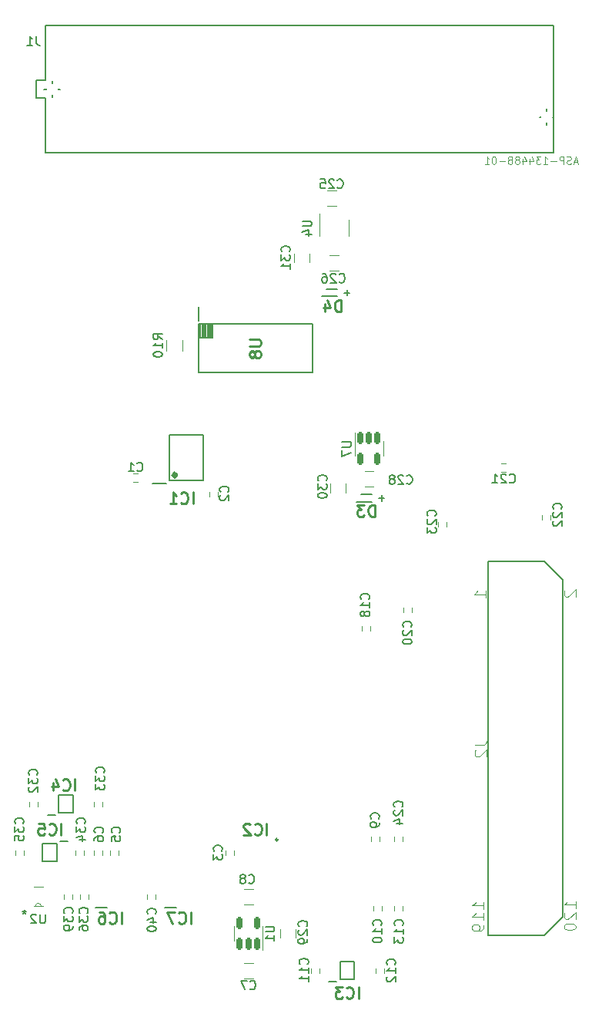
<source format=gbr>
%TF.GenerationSoftware,KiCad,Pcbnew,(6.0.9)*%
%TF.CreationDate,2022-12-19T19:37:01+02:00*%
%TF.ProjectId,FMC_MIPI_v2,464d435f-4d49-4504-995f-76322e6b6963,rev?*%
%TF.SameCoordinates,Original*%
%TF.FileFunction,Legend,Bot*%
%TF.FilePolarity,Positive*%
%FSLAX46Y46*%
G04 Gerber Fmt 4.6, Leading zero omitted, Abs format (unit mm)*
G04 Created by KiCad (PCBNEW (6.0.9)) date 2022-12-19 19:37:01*
%MOMM*%
%LPD*%
G01*
G04 APERTURE LIST*
G04 Aperture macros list*
%AMRoundRect*
0 Rectangle with rounded corners*
0 $1 Rounding radius*
0 $2 $3 $4 $5 $6 $7 $8 $9 X,Y pos of 4 corners*
0 Add a 4 corners polygon primitive as box body*
4,1,4,$2,$3,$4,$5,$6,$7,$8,$9,$2,$3,0*
0 Add four circle primitives for the rounded corners*
1,1,$1+$1,$2,$3*
1,1,$1+$1,$4,$5*
1,1,$1+$1,$6,$7*
1,1,$1+$1,$8,$9*
0 Add four rect primitives between the rounded corners*
20,1,$1+$1,$2,$3,$4,$5,0*
20,1,$1+$1,$4,$5,$6,$7,0*
20,1,$1+$1,$6,$7,$8,$9,0*
20,1,$1+$1,$8,$9,$2,$3,0*%
G04 Aperture macros list end*
%ADD10C,0.254000*%
%ADD11C,0.101600*%
%ADD12C,0.150000*%
%ADD13C,0.177800*%
%ADD14C,0.076200*%
%ADD15C,0.200000*%
%ADD16C,0.127000*%
%ADD17C,0.120000*%
%ADD18C,0.250000*%
%ADD19C,0.508000*%
%ADD20C,0.203200*%
%ADD21R,1.200000X0.400000*%
%ADD22R,0.300000X1.475000*%
%ADD23R,0.850000X0.300000*%
%ADD24R,0.750000X0.420000*%
%ADD25R,1.700000X1.700000*%
%ADD26O,1.700000X1.700000*%
%ADD27C,2.800000*%
%ADD28R,0.637540X2.540000*%
%ADD29R,0.637540X4.699000*%
%ADD30R,1.447800X0.299720*%
%ADD31C,1.018540*%
%ADD32R,0.600000X0.500000*%
%ADD33R,0.500000X0.600000*%
%ADD34R,1.000000X1.250000*%
%ADD35R,1.250000X1.000000*%
%ADD36R,1.168400X0.254000*%
%ADD37R,0.800000X0.300000*%
%ADD38R,1.400000X1.600000*%
%ADD39RoundRect,0.150000X0.150000X-0.512500X0.150000X0.512500X-0.150000X0.512500X-0.150000X-0.512500X0*%
%ADD40R,1.300000X0.700000*%
%ADD41R,1.475000X0.450000*%
%ADD42C,0.635000*%
%ADD43C,0.558800*%
%ADD44C,2.565400*%
%ADD45C,1.270000*%
%ADD46R,0.650000X1.060000*%
%ADD47RoundRect,0.150000X-0.150000X0.512500X-0.150000X-0.512500X0.150000X-0.512500X0.150000X0.512500X0*%
G04 APERTURE END LIST*
D10*
%TO.C,IC7*%
X113049761Y-131498523D02*
X113049761Y-130228523D01*
X111719285Y-131377571D02*
X111779761Y-131438047D01*
X111961190Y-131498523D01*
X112082142Y-131498523D01*
X112263571Y-131438047D01*
X112384523Y-131317095D01*
X112445000Y-131196142D01*
X112505476Y-130954238D01*
X112505476Y-130772809D01*
X112445000Y-130530904D01*
X112384523Y-130409952D01*
X112263571Y-130289000D01*
X112082142Y-130228523D01*
X111961190Y-130228523D01*
X111779761Y-130289000D01*
X111719285Y-130349476D01*
X111295952Y-130228523D02*
X110449285Y-130228523D01*
X110993571Y-131498523D01*
%TO.C,IC6*%
X105429761Y-131498523D02*
X105429761Y-130228523D01*
X104099285Y-131377571D02*
X104159761Y-131438047D01*
X104341190Y-131498523D01*
X104462142Y-131498523D01*
X104643571Y-131438047D01*
X104764523Y-131317095D01*
X104825000Y-131196142D01*
X104885476Y-130954238D01*
X104885476Y-130772809D01*
X104825000Y-130530904D01*
X104764523Y-130409952D01*
X104643571Y-130289000D01*
X104462142Y-130228523D01*
X104341190Y-130228523D01*
X104159761Y-130289000D01*
X104099285Y-130349476D01*
X103010714Y-130228523D02*
X103252619Y-130228523D01*
X103373571Y-130289000D01*
X103434047Y-130349476D01*
X103555000Y-130530904D01*
X103615476Y-130772809D01*
X103615476Y-131256619D01*
X103555000Y-131377571D01*
X103494523Y-131438047D01*
X103373571Y-131498523D01*
X103131666Y-131498523D01*
X103010714Y-131438047D01*
X102950238Y-131377571D01*
X102889761Y-131256619D01*
X102889761Y-130954238D01*
X102950238Y-130833285D01*
X103010714Y-130772809D01*
X103131666Y-130712333D01*
X103373571Y-130712333D01*
X103494523Y-130772809D01*
X103555000Y-130833285D01*
X103615476Y-130954238D01*
%TO.C,U8*%
X119497323Y-67358380D02*
X120525419Y-67358380D01*
X120646371Y-67418857D01*
X120706847Y-67479333D01*
X120767323Y-67600285D01*
X120767323Y-67842190D01*
X120706847Y-67963142D01*
X120646371Y-68023619D01*
X120525419Y-68084095D01*
X119497323Y-68084095D01*
X120041609Y-68870285D02*
X119981133Y-68749333D01*
X119920657Y-68688857D01*
X119799704Y-68628380D01*
X119739228Y-68628380D01*
X119618276Y-68688857D01*
X119557800Y-68749333D01*
X119497323Y-68870285D01*
X119497323Y-69112190D01*
X119557800Y-69233142D01*
X119618276Y-69293619D01*
X119739228Y-69354095D01*
X119799704Y-69354095D01*
X119920657Y-69293619D01*
X119981133Y-69233142D01*
X120041609Y-69112190D01*
X120041609Y-68870285D01*
X120102085Y-68749333D01*
X120162561Y-68688857D01*
X120283514Y-68628380D01*
X120525419Y-68628380D01*
X120646371Y-68688857D01*
X120706847Y-68749333D01*
X120767323Y-68870285D01*
X120767323Y-69112190D01*
X120706847Y-69233142D01*
X120646371Y-69293619D01*
X120525419Y-69354095D01*
X120283514Y-69354095D01*
X120162561Y-69293619D01*
X120102085Y-69233142D01*
X120041609Y-69112190D01*
%TO.C,IC5*%
X98775761Y-121772523D02*
X98775761Y-120502523D01*
X97445285Y-121651571D02*
X97505761Y-121712047D01*
X97687190Y-121772523D01*
X97808142Y-121772523D01*
X97989571Y-121712047D01*
X98110523Y-121591095D01*
X98171000Y-121470142D01*
X98231476Y-121228238D01*
X98231476Y-121046809D01*
X98171000Y-120804904D01*
X98110523Y-120683952D01*
X97989571Y-120563000D01*
X97808142Y-120502523D01*
X97687190Y-120502523D01*
X97505761Y-120563000D01*
X97445285Y-120623476D01*
X96296238Y-120502523D02*
X96901000Y-120502523D01*
X96961476Y-121107285D01*
X96901000Y-121046809D01*
X96780047Y-120986333D01*
X96477666Y-120986333D01*
X96356714Y-121046809D01*
X96296238Y-121107285D01*
X96235761Y-121228238D01*
X96235761Y-121530619D01*
X96296238Y-121651571D01*
X96356714Y-121712047D01*
X96477666Y-121772523D01*
X96780047Y-121772523D01*
X96901000Y-121712047D01*
X96961476Y-121651571D01*
%TO.C,IC4*%
X100299761Y-116906523D02*
X100299761Y-115636523D01*
X98969285Y-116785571D02*
X99029761Y-116846047D01*
X99211190Y-116906523D01*
X99332142Y-116906523D01*
X99513571Y-116846047D01*
X99634523Y-116725095D01*
X99695000Y-116604142D01*
X99755476Y-116362238D01*
X99755476Y-116180809D01*
X99695000Y-115938904D01*
X99634523Y-115817952D01*
X99513571Y-115697000D01*
X99332142Y-115636523D01*
X99211190Y-115636523D01*
X99029761Y-115697000D01*
X98969285Y-115757476D01*
X97880714Y-116059857D02*
X97880714Y-116906523D01*
X98183095Y-115576047D02*
X98485476Y-116483190D01*
X97699285Y-116483190D01*
%TO.C,IC3*%
X131480801Y-139726523D02*
X131480801Y-138456523D01*
X130150325Y-139605571D02*
X130210801Y-139666047D01*
X130392230Y-139726523D01*
X130513182Y-139726523D01*
X130694611Y-139666047D01*
X130815563Y-139545095D01*
X130876040Y-139424142D01*
X130936516Y-139182238D01*
X130936516Y-139000809D01*
X130876040Y-138758904D01*
X130815563Y-138637952D01*
X130694611Y-138517000D01*
X130513182Y-138456523D01*
X130392230Y-138456523D01*
X130210801Y-138517000D01*
X130150325Y-138577476D01*
X129726992Y-138456523D02*
X128940801Y-138456523D01*
X129364135Y-138940333D01*
X129182706Y-138940333D01*
X129061754Y-139000809D01*
X129001278Y-139061285D01*
X128940801Y-139182238D01*
X128940801Y-139484619D01*
X129001278Y-139605571D01*
X129061754Y-139666047D01*
X129182706Y-139726523D01*
X129545563Y-139726523D01*
X129666516Y-139666047D01*
X129726992Y-139605571D01*
%TO.C,D3*%
X133271380Y-86807523D02*
X133271380Y-85537523D01*
X132969000Y-85537523D01*
X132787571Y-85598000D01*
X132666619Y-85718952D01*
X132606142Y-85839904D01*
X132545666Y-86081809D01*
X132545666Y-86263238D01*
X132606142Y-86505142D01*
X132666619Y-86626095D01*
X132787571Y-86747047D01*
X132969000Y-86807523D01*
X133271380Y-86807523D01*
X132122333Y-85537523D02*
X131336142Y-85537523D01*
X131759476Y-86021333D01*
X131578047Y-86021333D01*
X131457095Y-86081809D01*
X131396619Y-86142285D01*
X131336142Y-86263238D01*
X131336142Y-86565619D01*
X131396619Y-86686571D01*
X131457095Y-86747047D01*
X131578047Y-86807523D01*
X131940904Y-86807523D01*
X132061857Y-86747047D01*
X132122333Y-86686571D01*
%TO.C,D4*%
X129588380Y-64328523D02*
X129588380Y-63058523D01*
X129286000Y-63058523D01*
X129104571Y-63119000D01*
X128983619Y-63239952D01*
X128923142Y-63360904D01*
X128862666Y-63602809D01*
X128862666Y-63784238D01*
X128923142Y-64026142D01*
X128983619Y-64147095D01*
X129104571Y-64268047D01*
X129286000Y-64328523D01*
X129588380Y-64328523D01*
X127774095Y-63481857D02*
X127774095Y-64328523D01*
X128076476Y-62998047D02*
X128378857Y-63905190D01*
X127592666Y-63905190D01*
D11*
%TO.C,J2*%
X144264863Y-111908166D02*
X145172006Y-111908166D01*
X145353435Y-111847690D01*
X145474387Y-111726738D01*
X145534863Y-111545309D01*
X145534863Y-111424357D01*
X144385816Y-112452452D02*
X144325340Y-112512928D01*
X144264863Y-112633880D01*
X144264863Y-112936261D01*
X144325340Y-113057214D01*
X144385816Y-113117690D01*
X144506768Y-113178166D01*
X144627720Y-113178166D01*
X144809149Y-113117690D01*
X145534863Y-112391976D01*
X145534863Y-113178166D01*
X145456123Y-95696677D02*
X145456123Y-94970962D01*
X145456123Y-95333820D02*
X144186123Y-95333820D01*
X144367552Y-95212867D01*
X144488504Y-95091915D01*
X144548980Y-94970962D01*
X145255463Y-129894753D02*
X145255463Y-129169039D01*
X145255463Y-129531896D02*
X143985463Y-129531896D01*
X144166892Y-129410943D01*
X144287844Y-129289991D01*
X144348320Y-129169039D01*
X145255463Y-131104277D02*
X145255463Y-130378562D01*
X145255463Y-130741420D02*
X143985463Y-130741420D01*
X144166892Y-130620467D01*
X144287844Y-130499515D01*
X144348320Y-130378562D01*
X145255463Y-131709039D02*
X145255463Y-131950943D01*
X145194987Y-132071896D01*
X145134511Y-132132372D01*
X144953082Y-132253324D01*
X144711178Y-132313800D01*
X144227368Y-132313800D01*
X144106416Y-132253324D01*
X144045940Y-132192848D01*
X143985463Y-132071896D01*
X143985463Y-131829991D01*
X144045940Y-131709039D01*
X144106416Y-131648562D01*
X144227368Y-131588086D01*
X144529749Y-131588086D01*
X144650701Y-131648562D01*
X144711178Y-131709039D01*
X144771654Y-131829991D01*
X144771654Y-132071896D01*
X144711178Y-132192848D01*
X144650701Y-132253324D01*
X144529749Y-132313800D01*
X154205456Y-94866822D02*
X154144980Y-94927299D01*
X154084503Y-95048251D01*
X154084503Y-95350632D01*
X154144980Y-95471584D01*
X154205456Y-95532060D01*
X154326408Y-95592537D01*
X154447360Y-95592537D01*
X154628789Y-95532060D01*
X155354503Y-94806346D01*
X155354503Y-95592537D01*
X155354503Y-129790613D02*
X155354503Y-129064899D01*
X155354503Y-129427756D02*
X154084503Y-129427756D01*
X154265932Y-129306803D01*
X154386884Y-129185851D01*
X154447360Y-129064899D01*
X154205456Y-130274422D02*
X154144980Y-130334899D01*
X154084503Y-130455851D01*
X154084503Y-130758232D01*
X154144980Y-130879184D01*
X154205456Y-130939660D01*
X154326408Y-131000137D01*
X154447360Y-131000137D01*
X154628789Y-130939660D01*
X155354503Y-130213946D01*
X155354503Y-131000137D01*
X154084503Y-131786327D02*
X154084503Y-131907280D01*
X154144980Y-132028232D01*
X154205456Y-132088708D01*
X154326408Y-132149184D01*
X154568313Y-132209660D01*
X154870694Y-132209660D01*
X155112599Y-132149184D01*
X155233551Y-132088708D01*
X155294027Y-132028232D01*
X155354503Y-131907280D01*
X155354503Y-131786327D01*
X155294027Y-131665375D01*
X155233551Y-131604899D01*
X155112599Y-131544422D01*
X154870694Y-131483946D01*
X154568313Y-131483946D01*
X154326408Y-131544422D01*
X154205456Y-131604899D01*
X154144980Y-131665375D01*
X154084503Y-131786327D01*
D12*
%TO.C,C21*%
X148089857Y-83034142D02*
X148137476Y-83081761D01*
X148280333Y-83129380D01*
X148375571Y-83129380D01*
X148518428Y-83081761D01*
X148613666Y-82986523D01*
X148661285Y-82891285D01*
X148708904Y-82700809D01*
X148708904Y-82557952D01*
X148661285Y-82367476D01*
X148613666Y-82272238D01*
X148518428Y-82177000D01*
X148375571Y-82129380D01*
X148280333Y-82129380D01*
X148137476Y-82177000D01*
X148089857Y-82224619D01*
X147708904Y-82224619D02*
X147661285Y-82177000D01*
X147566047Y-82129380D01*
X147327952Y-82129380D01*
X147232714Y-82177000D01*
X147185095Y-82224619D01*
X147137476Y-82319857D01*
X147137476Y-82415095D01*
X147185095Y-82557952D01*
X147756523Y-83129380D01*
X147137476Y-83129380D01*
X146185095Y-83129380D02*
X146756523Y-83129380D01*
X146470809Y-83129380D02*
X146470809Y-82129380D01*
X146566047Y-82272238D01*
X146661285Y-82367476D01*
X146756523Y-82415095D01*
%TO.C,C22*%
X153773142Y-85971142D02*
X153820761Y-85923523D01*
X153868380Y-85780666D01*
X153868380Y-85685428D01*
X153820761Y-85542571D01*
X153725523Y-85447333D01*
X153630285Y-85399714D01*
X153439809Y-85352095D01*
X153296952Y-85352095D01*
X153106476Y-85399714D01*
X153011238Y-85447333D01*
X152916000Y-85542571D01*
X152868380Y-85685428D01*
X152868380Y-85780666D01*
X152916000Y-85923523D01*
X152963619Y-85971142D01*
X152963619Y-86352095D02*
X152916000Y-86399714D01*
X152868380Y-86494952D01*
X152868380Y-86733047D01*
X152916000Y-86828285D01*
X152963619Y-86875904D01*
X153058857Y-86923523D01*
X153154095Y-86923523D01*
X153296952Y-86875904D01*
X153868380Y-86304476D01*
X153868380Y-86923523D01*
X152963619Y-87304476D02*
X152916000Y-87352095D01*
X152868380Y-87447333D01*
X152868380Y-87685428D01*
X152916000Y-87780666D01*
X152963619Y-87828285D01*
X153058857Y-87875904D01*
X153154095Y-87875904D01*
X153296952Y-87828285D01*
X153868380Y-87256857D01*
X153868380Y-87875904D01*
%TO.C,C23*%
X139930142Y-86733142D02*
X139977761Y-86685523D01*
X140025380Y-86542666D01*
X140025380Y-86447428D01*
X139977761Y-86304571D01*
X139882523Y-86209333D01*
X139787285Y-86161714D01*
X139596809Y-86114095D01*
X139453952Y-86114095D01*
X139263476Y-86161714D01*
X139168238Y-86209333D01*
X139073000Y-86304571D01*
X139025380Y-86447428D01*
X139025380Y-86542666D01*
X139073000Y-86685523D01*
X139120619Y-86733142D01*
X139120619Y-87114095D02*
X139073000Y-87161714D01*
X139025380Y-87256952D01*
X139025380Y-87495047D01*
X139073000Y-87590285D01*
X139120619Y-87637904D01*
X139215857Y-87685523D01*
X139311095Y-87685523D01*
X139453952Y-87637904D01*
X140025380Y-87066476D01*
X140025380Y-87685523D01*
X139025380Y-88018857D02*
X139025380Y-88637904D01*
X139406333Y-88304571D01*
X139406333Y-88447428D01*
X139453952Y-88542666D01*
X139501571Y-88590285D01*
X139596809Y-88637904D01*
X139834904Y-88637904D01*
X139930142Y-88590285D01*
X139977761Y-88542666D01*
X140025380Y-88447428D01*
X140025380Y-88161714D01*
X139977761Y-88066476D01*
X139930142Y-88018857D01*
%TO.C,C11*%
X125873782Y-135958342D02*
X125921401Y-135910723D01*
X125969020Y-135767866D01*
X125969020Y-135672628D01*
X125921401Y-135529771D01*
X125826163Y-135434533D01*
X125730925Y-135386914D01*
X125540449Y-135339295D01*
X125397592Y-135339295D01*
X125207116Y-135386914D01*
X125111878Y-135434533D01*
X125016640Y-135529771D01*
X124969020Y-135672628D01*
X124969020Y-135767866D01*
X125016640Y-135910723D01*
X125064259Y-135958342D01*
X125969020Y-136910723D02*
X125969020Y-136339295D01*
X125969020Y-136625009D02*
X124969020Y-136625009D01*
X125111878Y-136529771D01*
X125207116Y-136434533D01*
X125254735Y-136339295D01*
X125969020Y-137863104D02*
X125969020Y-137291676D01*
X125969020Y-137577390D02*
X124969020Y-137577390D01*
X125111878Y-137482152D01*
X125207116Y-137386914D01*
X125254735Y-137291676D01*
%TO.C,C12*%
X135485142Y-136009142D02*
X135532761Y-135961523D01*
X135580380Y-135818666D01*
X135580380Y-135723428D01*
X135532761Y-135580571D01*
X135437523Y-135485333D01*
X135342285Y-135437714D01*
X135151809Y-135390095D01*
X135008952Y-135390095D01*
X134818476Y-135437714D01*
X134723238Y-135485333D01*
X134628000Y-135580571D01*
X134580380Y-135723428D01*
X134580380Y-135818666D01*
X134628000Y-135961523D01*
X134675619Y-136009142D01*
X135580380Y-136961523D02*
X135580380Y-136390095D01*
X135580380Y-136675809D02*
X134580380Y-136675809D01*
X134723238Y-136580571D01*
X134818476Y-136485333D01*
X134866095Y-136390095D01*
X134675619Y-137342476D02*
X134628000Y-137390095D01*
X134580380Y-137485333D01*
X134580380Y-137723428D01*
X134628000Y-137818666D01*
X134675619Y-137866285D01*
X134770857Y-137913904D01*
X134866095Y-137913904D01*
X135008952Y-137866285D01*
X135580380Y-137294857D01*
X135580380Y-137913904D01*
%TO.C,C9*%
X133707142Y-119975333D02*
X133754761Y-119927714D01*
X133802380Y-119784857D01*
X133802380Y-119689619D01*
X133754761Y-119546761D01*
X133659523Y-119451523D01*
X133564285Y-119403904D01*
X133373809Y-119356285D01*
X133230952Y-119356285D01*
X133040476Y-119403904D01*
X132945238Y-119451523D01*
X132850000Y-119546761D01*
X132802380Y-119689619D01*
X132802380Y-119784857D01*
X132850000Y-119927714D01*
X132897619Y-119975333D01*
X133802380Y-120451523D02*
X133802380Y-120642000D01*
X133754761Y-120737238D01*
X133707142Y-120784857D01*
X133564285Y-120880095D01*
X133373809Y-120927714D01*
X132992857Y-120927714D01*
X132897619Y-120880095D01*
X132850000Y-120832476D01*
X132802380Y-120737238D01*
X132802380Y-120546761D01*
X132850000Y-120451523D01*
X132897619Y-120403904D01*
X132992857Y-120356285D01*
X133230952Y-120356285D01*
X133326190Y-120403904D01*
X133373809Y-120451523D01*
X133421428Y-120546761D01*
X133421428Y-120737238D01*
X133373809Y-120832476D01*
X133326190Y-120880095D01*
X133230952Y-120927714D01*
%TO.C,C10*%
X133961142Y-131691142D02*
X134008761Y-131643523D01*
X134056380Y-131500666D01*
X134056380Y-131405428D01*
X134008761Y-131262571D01*
X133913523Y-131167333D01*
X133818285Y-131119714D01*
X133627809Y-131072095D01*
X133484952Y-131072095D01*
X133294476Y-131119714D01*
X133199238Y-131167333D01*
X133104000Y-131262571D01*
X133056380Y-131405428D01*
X133056380Y-131500666D01*
X133104000Y-131643523D01*
X133151619Y-131691142D01*
X134056380Y-132643523D02*
X134056380Y-132072095D01*
X134056380Y-132357809D02*
X133056380Y-132357809D01*
X133199238Y-132262571D01*
X133294476Y-132167333D01*
X133342095Y-132072095D01*
X133056380Y-133262571D02*
X133056380Y-133357809D01*
X133104000Y-133453047D01*
X133151619Y-133500666D01*
X133246857Y-133548285D01*
X133437333Y-133595904D01*
X133675428Y-133595904D01*
X133865904Y-133548285D01*
X133961142Y-133500666D01*
X134008761Y-133453047D01*
X134056380Y-133357809D01*
X134056380Y-133262571D01*
X134008761Y-133167333D01*
X133961142Y-133119714D01*
X133865904Y-133072095D01*
X133675428Y-133024476D01*
X133437333Y-133024476D01*
X133246857Y-133072095D01*
X133151619Y-133119714D01*
X133104000Y-133167333D01*
X133056380Y-133262571D01*
%TO.C,C13*%
X136323342Y-131711462D02*
X136370961Y-131663843D01*
X136418580Y-131520986D01*
X136418580Y-131425748D01*
X136370961Y-131282891D01*
X136275723Y-131187653D01*
X136180485Y-131140034D01*
X135990009Y-131092415D01*
X135847152Y-131092415D01*
X135656676Y-131140034D01*
X135561438Y-131187653D01*
X135466200Y-131282891D01*
X135418580Y-131425748D01*
X135418580Y-131520986D01*
X135466200Y-131663843D01*
X135513819Y-131711462D01*
X136418580Y-132663843D02*
X136418580Y-132092415D01*
X136418580Y-132378129D02*
X135418580Y-132378129D01*
X135561438Y-132282891D01*
X135656676Y-132187653D01*
X135704295Y-132092415D01*
X135418580Y-132997177D02*
X135418580Y-133616224D01*
X135799533Y-133282891D01*
X135799533Y-133425748D01*
X135847152Y-133520986D01*
X135894771Y-133568605D01*
X135990009Y-133616224D01*
X136228104Y-133616224D01*
X136323342Y-133568605D01*
X136370961Y-133520986D01*
X136418580Y-133425748D01*
X136418580Y-133140034D01*
X136370961Y-133044796D01*
X136323342Y-132997177D01*
%TO.C,C24*%
X136267462Y-118681262D02*
X136315081Y-118633643D01*
X136362700Y-118490786D01*
X136362700Y-118395548D01*
X136315081Y-118252691D01*
X136219843Y-118157453D01*
X136124605Y-118109834D01*
X135934129Y-118062215D01*
X135791272Y-118062215D01*
X135600796Y-118109834D01*
X135505558Y-118157453D01*
X135410320Y-118252691D01*
X135362700Y-118395548D01*
X135362700Y-118490786D01*
X135410320Y-118633643D01*
X135457939Y-118681262D01*
X135457939Y-119062215D02*
X135410320Y-119109834D01*
X135362700Y-119205072D01*
X135362700Y-119443167D01*
X135410320Y-119538405D01*
X135457939Y-119586024D01*
X135553177Y-119633643D01*
X135648415Y-119633643D01*
X135791272Y-119586024D01*
X136362700Y-119014596D01*
X136362700Y-119633643D01*
X135696034Y-120490786D02*
X136362700Y-120490786D01*
X135315081Y-120252691D02*
X136029367Y-120014596D01*
X136029367Y-120633643D01*
%TO.C,C6*%
X103327142Y-121531333D02*
X103374761Y-121483714D01*
X103422380Y-121340857D01*
X103422380Y-121245619D01*
X103374761Y-121102761D01*
X103279523Y-121007523D01*
X103184285Y-120959904D01*
X102993809Y-120912285D01*
X102850952Y-120912285D01*
X102660476Y-120959904D01*
X102565238Y-121007523D01*
X102470000Y-121102761D01*
X102422380Y-121245619D01*
X102422380Y-121340857D01*
X102470000Y-121483714D01*
X102517619Y-121531333D01*
X102422380Y-122388476D02*
X102422380Y-122198000D01*
X102470000Y-122102761D01*
X102517619Y-122055142D01*
X102660476Y-121959904D01*
X102850952Y-121912285D01*
X103231904Y-121912285D01*
X103327142Y-121959904D01*
X103374761Y-122007523D01*
X103422380Y-122102761D01*
X103422380Y-122293238D01*
X103374761Y-122388476D01*
X103327142Y-122436095D01*
X103231904Y-122483714D01*
X102993809Y-122483714D01*
X102898571Y-122436095D01*
X102850952Y-122388476D01*
X102803333Y-122293238D01*
X102803333Y-122102761D01*
X102850952Y-122007523D01*
X102898571Y-121959904D01*
X102993809Y-121912285D01*
%TO.C,C28*%
X136786857Y-83161142D02*
X136834476Y-83208761D01*
X136977333Y-83256380D01*
X137072571Y-83256380D01*
X137215428Y-83208761D01*
X137310666Y-83113523D01*
X137358285Y-83018285D01*
X137405904Y-82827809D01*
X137405904Y-82684952D01*
X137358285Y-82494476D01*
X137310666Y-82399238D01*
X137215428Y-82304000D01*
X137072571Y-82256380D01*
X136977333Y-82256380D01*
X136834476Y-82304000D01*
X136786857Y-82351619D01*
X136405904Y-82351619D02*
X136358285Y-82304000D01*
X136263047Y-82256380D01*
X136024952Y-82256380D01*
X135929714Y-82304000D01*
X135882095Y-82351619D01*
X135834476Y-82446857D01*
X135834476Y-82542095D01*
X135882095Y-82684952D01*
X136453523Y-83256380D01*
X135834476Y-83256380D01*
X135263047Y-82684952D02*
X135358285Y-82637333D01*
X135405904Y-82589714D01*
X135453523Y-82494476D01*
X135453523Y-82446857D01*
X135405904Y-82351619D01*
X135358285Y-82304000D01*
X135263047Y-82256380D01*
X135072571Y-82256380D01*
X134977333Y-82304000D01*
X134929714Y-82351619D01*
X134882095Y-82446857D01*
X134882095Y-82494476D01*
X134929714Y-82589714D01*
X134977333Y-82637333D01*
X135072571Y-82684952D01*
X135263047Y-82684952D01*
X135358285Y-82732571D01*
X135405904Y-82780190D01*
X135453523Y-82875428D01*
X135453523Y-83065904D01*
X135405904Y-83161142D01*
X135358285Y-83208761D01*
X135263047Y-83256380D01*
X135072571Y-83256380D01*
X134977333Y-83208761D01*
X134929714Y-83161142D01*
X134882095Y-83065904D01*
X134882095Y-82875428D01*
X134929714Y-82780190D01*
X134977333Y-82732571D01*
X135072571Y-82684952D01*
%TO.C,C20*%
X137263142Y-98925142D02*
X137310761Y-98877523D01*
X137358380Y-98734666D01*
X137358380Y-98639428D01*
X137310761Y-98496571D01*
X137215523Y-98401333D01*
X137120285Y-98353714D01*
X136929809Y-98306095D01*
X136786952Y-98306095D01*
X136596476Y-98353714D01*
X136501238Y-98401333D01*
X136406000Y-98496571D01*
X136358380Y-98639428D01*
X136358380Y-98734666D01*
X136406000Y-98877523D01*
X136453619Y-98925142D01*
X136453619Y-99306095D02*
X136406000Y-99353714D01*
X136358380Y-99448952D01*
X136358380Y-99687047D01*
X136406000Y-99782285D01*
X136453619Y-99829904D01*
X136548857Y-99877523D01*
X136644095Y-99877523D01*
X136786952Y-99829904D01*
X137358380Y-99258476D01*
X137358380Y-99877523D01*
X136358380Y-100496571D02*
X136358380Y-100591809D01*
X136406000Y-100687047D01*
X136453619Y-100734666D01*
X136548857Y-100782285D01*
X136739333Y-100829904D01*
X136977428Y-100829904D01*
X137167904Y-100782285D01*
X137263142Y-100734666D01*
X137310761Y-100687047D01*
X137358380Y-100591809D01*
X137358380Y-100496571D01*
X137310761Y-100401333D01*
X137263142Y-100353714D01*
X137167904Y-100306095D01*
X136977428Y-100258476D01*
X136739333Y-100258476D01*
X136548857Y-100306095D01*
X136453619Y-100353714D01*
X136406000Y-100401333D01*
X136358380Y-100496571D01*
%TO.C,C30*%
X127924843Y-82869343D02*
X127972462Y-82821724D01*
X128020081Y-82678867D01*
X128020081Y-82583629D01*
X127972462Y-82440772D01*
X127877224Y-82345534D01*
X127781986Y-82297915D01*
X127591510Y-82250296D01*
X127448653Y-82250296D01*
X127258177Y-82297915D01*
X127162939Y-82345534D01*
X127067701Y-82440772D01*
X127020081Y-82583629D01*
X127020081Y-82678867D01*
X127067701Y-82821724D01*
X127115320Y-82869343D01*
X127020081Y-83202677D02*
X127020081Y-83821724D01*
X127401034Y-83488391D01*
X127401034Y-83631248D01*
X127448653Y-83726486D01*
X127496272Y-83774105D01*
X127591510Y-83821724D01*
X127829605Y-83821724D01*
X127924843Y-83774105D01*
X127972462Y-83726486D01*
X128020081Y-83631248D01*
X128020081Y-83345534D01*
X127972462Y-83250296D01*
X127924843Y-83202677D01*
X127020081Y-84440772D02*
X127020081Y-84536010D01*
X127067701Y-84631248D01*
X127115320Y-84678867D01*
X127210558Y-84726486D01*
X127401034Y-84774105D01*
X127639129Y-84774105D01*
X127829605Y-84726486D01*
X127924843Y-84678867D01*
X127972462Y-84631248D01*
X128020081Y-84536010D01*
X128020081Y-84440772D01*
X127972462Y-84345534D01*
X127924843Y-84297915D01*
X127829605Y-84250296D01*
X127639129Y-84202677D01*
X127401034Y-84202677D01*
X127210558Y-84250296D01*
X127115320Y-84297915D01*
X127067701Y-84345534D01*
X127020081Y-84440772D01*
%TO.C,C18*%
X132614942Y-95877142D02*
X132662561Y-95829523D01*
X132710180Y-95686666D01*
X132710180Y-95591428D01*
X132662561Y-95448571D01*
X132567323Y-95353333D01*
X132472085Y-95305714D01*
X132281609Y-95258095D01*
X132138752Y-95258095D01*
X131948276Y-95305714D01*
X131853038Y-95353333D01*
X131757800Y-95448571D01*
X131710180Y-95591428D01*
X131710180Y-95686666D01*
X131757800Y-95829523D01*
X131805419Y-95877142D01*
X132710180Y-96829523D02*
X132710180Y-96258095D01*
X132710180Y-96543809D02*
X131710180Y-96543809D01*
X131853038Y-96448571D01*
X131948276Y-96353333D01*
X131995895Y-96258095D01*
X132138752Y-97400952D02*
X132091133Y-97305714D01*
X132043514Y-97258095D01*
X131948276Y-97210476D01*
X131900657Y-97210476D01*
X131805419Y-97258095D01*
X131757800Y-97305714D01*
X131710180Y-97400952D01*
X131710180Y-97591428D01*
X131757800Y-97686666D01*
X131805419Y-97734285D01*
X131900657Y-97781904D01*
X131948276Y-97781904D01*
X132043514Y-97734285D01*
X132091133Y-97686666D01*
X132138752Y-97591428D01*
X132138752Y-97400952D01*
X132186371Y-97305714D01*
X132233990Y-97258095D01*
X132329228Y-97210476D01*
X132519704Y-97210476D01*
X132614942Y-97258095D01*
X132662561Y-97305714D01*
X132710180Y-97400952D01*
X132710180Y-97591428D01*
X132662561Y-97686666D01*
X132614942Y-97734285D01*
X132519704Y-97781904D01*
X132329228Y-97781904D01*
X132233990Y-97734285D01*
X132186371Y-97686666D01*
X132138752Y-97591428D01*
%TO.C,C39*%
X99975942Y-130344942D02*
X100023561Y-130297323D01*
X100071180Y-130154466D01*
X100071180Y-130059228D01*
X100023561Y-129916371D01*
X99928323Y-129821133D01*
X99833085Y-129773514D01*
X99642609Y-129725895D01*
X99499752Y-129725895D01*
X99309276Y-129773514D01*
X99214038Y-129821133D01*
X99118800Y-129916371D01*
X99071180Y-130059228D01*
X99071180Y-130154466D01*
X99118800Y-130297323D01*
X99166419Y-130344942D01*
X99071180Y-130678276D02*
X99071180Y-131297323D01*
X99452133Y-130963990D01*
X99452133Y-131106847D01*
X99499752Y-131202085D01*
X99547371Y-131249704D01*
X99642609Y-131297323D01*
X99880704Y-131297323D01*
X99975942Y-131249704D01*
X100023561Y-131202085D01*
X100071180Y-131106847D01*
X100071180Y-130821133D01*
X100023561Y-130725895D01*
X99975942Y-130678276D01*
X100071180Y-131773514D02*
X100071180Y-131963990D01*
X100023561Y-132059228D01*
X99975942Y-132106847D01*
X99833085Y-132202085D01*
X99642609Y-132249704D01*
X99261657Y-132249704D01*
X99166419Y-132202085D01*
X99118800Y-132154466D01*
X99071180Y-132059228D01*
X99071180Y-131868752D01*
X99118800Y-131773514D01*
X99166419Y-131725895D01*
X99261657Y-131678276D01*
X99499752Y-131678276D01*
X99594990Y-131725895D01*
X99642609Y-131773514D01*
X99690228Y-131868752D01*
X99690228Y-132059228D01*
X99642609Y-132154466D01*
X99594990Y-132202085D01*
X99499752Y-132249704D01*
%TO.C,U2*%
X97027904Y-130476380D02*
X97027904Y-131285904D01*
X96980285Y-131381142D01*
X96932666Y-131428761D01*
X96837428Y-131476380D01*
X96646952Y-131476380D01*
X96551714Y-131428761D01*
X96504095Y-131381142D01*
X96456476Y-131285904D01*
X96456476Y-130476380D01*
X96027904Y-130571619D02*
X95980285Y-130524000D01*
X95885047Y-130476380D01*
X95646952Y-130476380D01*
X95551714Y-130524000D01*
X95504095Y-130571619D01*
X95456476Y-130666857D01*
X95456476Y-130762095D01*
X95504095Y-130904952D01*
X96075523Y-131476380D01*
X95456476Y-131476380D01*
X94742000Y-130008380D02*
X94742000Y-130246476D01*
X94980095Y-130151238D02*
X94742000Y-130246476D01*
X94503904Y-130151238D01*
X94884857Y-130436952D02*
X94742000Y-130246476D01*
X94599142Y-130436952D01*
%TO.C,C40*%
X109145342Y-130455342D02*
X109192961Y-130407723D01*
X109240580Y-130264866D01*
X109240580Y-130169628D01*
X109192961Y-130026771D01*
X109097723Y-129931533D01*
X109002485Y-129883914D01*
X108812009Y-129836295D01*
X108669152Y-129836295D01*
X108478676Y-129883914D01*
X108383438Y-129931533D01*
X108288200Y-130026771D01*
X108240580Y-130169628D01*
X108240580Y-130264866D01*
X108288200Y-130407723D01*
X108335819Y-130455342D01*
X108573914Y-131312485D02*
X109240580Y-131312485D01*
X108192961Y-131074390D02*
X108907247Y-130836295D01*
X108907247Y-131455342D01*
X108240580Y-132026771D02*
X108240580Y-132122009D01*
X108288200Y-132217247D01*
X108335819Y-132264866D01*
X108431057Y-132312485D01*
X108621533Y-132360104D01*
X108859628Y-132360104D01*
X109050104Y-132312485D01*
X109145342Y-132264866D01*
X109192961Y-132217247D01*
X109240580Y-132122009D01*
X109240580Y-132026771D01*
X109192961Y-131931533D01*
X109145342Y-131883914D01*
X109050104Y-131836295D01*
X108859628Y-131788676D01*
X108621533Y-131788676D01*
X108431057Y-131836295D01*
X108335819Y-131883914D01*
X108288200Y-131931533D01*
X108240580Y-132026771D01*
%TO.C,C3*%
X116435142Y-123531333D02*
X116482761Y-123483714D01*
X116530380Y-123340857D01*
X116530380Y-123245619D01*
X116482761Y-123102761D01*
X116387523Y-123007523D01*
X116292285Y-122959904D01*
X116101809Y-122912285D01*
X115958952Y-122912285D01*
X115768476Y-122959904D01*
X115673238Y-123007523D01*
X115578000Y-123102761D01*
X115530380Y-123245619D01*
X115530380Y-123340857D01*
X115578000Y-123483714D01*
X115625619Y-123531333D01*
X115530380Y-123864666D02*
X115530380Y-124483714D01*
X115911333Y-124150380D01*
X115911333Y-124293238D01*
X115958952Y-124388476D01*
X116006571Y-124436095D01*
X116101809Y-124483714D01*
X116339904Y-124483714D01*
X116435142Y-124436095D01*
X116482761Y-124388476D01*
X116530380Y-124293238D01*
X116530380Y-124007523D01*
X116482761Y-123912285D01*
X116435142Y-123864666D01*
%TO.C,C33*%
X103481142Y-114927142D02*
X103528761Y-114879523D01*
X103576380Y-114736666D01*
X103576380Y-114641428D01*
X103528761Y-114498571D01*
X103433523Y-114403333D01*
X103338285Y-114355714D01*
X103147809Y-114308095D01*
X103004952Y-114308095D01*
X102814476Y-114355714D01*
X102719238Y-114403333D01*
X102624000Y-114498571D01*
X102576380Y-114641428D01*
X102576380Y-114736666D01*
X102624000Y-114879523D01*
X102671619Y-114927142D01*
X102576380Y-115260476D02*
X102576380Y-115879523D01*
X102957333Y-115546190D01*
X102957333Y-115689047D01*
X103004952Y-115784285D01*
X103052571Y-115831904D01*
X103147809Y-115879523D01*
X103385904Y-115879523D01*
X103481142Y-115831904D01*
X103528761Y-115784285D01*
X103576380Y-115689047D01*
X103576380Y-115403333D01*
X103528761Y-115308095D01*
X103481142Y-115260476D01*
X102576380Y-116212857D02*
X102576380Y-116831904D01*
X102957333Y-116498571D01*
X102957333Y-116641428D01*
X103004952Y-116736666D01*
X103052571Y-116784285D01*
X103147809Y-116831904D01*
X103385904Y-116831904D01*
X103481142Y-116784285D01*
X103528761Y-116736666D01*
X103576380Y-116641428D01*
X103576380Y-116355714D01*
X103528761Y-116260476D01*
X103481142Y-116212857D01*
%TO.C,C32*%
X96115142Y-115181142D02*
X96162761Y-115133523D01*
X96210380Y-114990666D01*
X96210380Y-114895428D01*
X96162761Y-114752571D01*
X96067523Y-114657333D01*
X95972285Y-114609714D01*
X95781809Y-114562095D01*
X95638952Y-114562095D01*
X95448476Y-114609714D01*
X95353238Y-114657333D01*
X95258000Y-114752571D01*
X95210380Y-114895428D01*
X95210380Y-114990666D01*
X95258000Y-115133523D01*
X95305619Y-115181142D01*
X95210380Y-115514476D02*
X95210380Y-116133523D01*
X95591333Y-115800190D01*
X95591333Y-115943047D01*
X95638952Y-116038285D01*
X95686571Y-116085904D01*
X95781809Y-116133523D01*
X96019904Y-116133523D01*
X96115142Y-116085904D01*
X96162761Y-116038285D01*
X96210380Y-115943047D01*
X96210380Y-115657333D01*
X96162761Y-115562095D01*
X96115142Y-115514476D01*
X95305619Y-116514476D02*
X95258000Y-116562095D01*
X95210380Y-116657333D01*
X95210380Y-116895428D01*
X95258000Y-116990666D01*
X95305619Y-117038285D01*
X95400857Y-117085904D01*
X95496095Y-117085904D01*
X95638952Y-117038285D01*
X96210380Y-116466857D01*
X96210380Y-117085904D01*
%TO.C,C35*%
X94591142Y-120515142D02*
X94638761Y-120467523D01*
X94686380Y-120324666D01*
X94686380Y-120229428D01*
X94638761Y-120086571D01*
X94543523Y-119991333D01*
X94448285Y-119943714D01*
X94257809Y-119896095D01*
X94114952Y-119896095D01*
X93924476Y-119943714D01*
X93829238Y-119991333D01*
X93734000Y-120086571D01*
X93686380Y-120229428D01*
X93686380Y-120324666D01*
X93734000Y-120467523D01*
X93781619Y-120515142D01*
X93686380Y-120848476D02*
X93686380Y-121467523D01*
X94067333Y-121134190D01*
X94067333Y-121277047D01*
X94114952Y-121372285D01*
X94162571Y-121419904D01*
X94257809Y-121467523D01*
X94495904Y-121467523D01*
X94591142Y-121419904D01*
X94638761Y-121372285D01*
X94686380Y-121277047D01*
X94686380Y-120991333D01*
X94638761Y-120896095D01*
X94591142Y-120848476D01*
X93686380Y-122372285D02*
X93686380Y-121896095D01*
X94162571Y-121848476D01*
X94114952Y-121896095D01*
X94067333Y-121991333D01*
X94067333Y-122229428D01*
X94114952Y-122324666D01*
X94162571Y-122372285D01*
X94257809Y-122419904D01*
X94495904Y-122419904D01*
X94591142Y-122372285D01*
X94638761Y-122324666D01*
X94686380Y-122229428D01*
X94686380Y-121991333D01*
X94638761Y-121896095D01*
X94591142Y-121848476D01*
D10*
%TO.C,IC2*%
X121389761Y-121772523D02*
X121389761Y-120502523D01*
X120059285Y-121651571D02*
X120119761Y-121712047D01*
X120301190Y-121772523D01*
X120422142Y-121772523D01*
X120603571Y-121712047D01*
X120724523Y-121591095D01*
X120785000Y-121470142D01*
X120845476Y-121228238D01*
X120845476Y-121046809D01*
X120785000Y-120804904D01*
X120724523Y-120683952D01*
X120603571Y-120563000D01*
X120422142Y-120502523D01*
X120301190Y-120502523D01*
X120119761Y-120563000D01*
X120059285Y-120623476D01*
X119575476Y-120623476D02*
X119515000Y-120563000D01*
X119394047Y-120502523D01*
X119091666Y-120502523D01*
X118970714Y-120563000D01*
X118910238Y-120623476D01*
X118849761Y-120744428D01*
X118849761Y-120865380D01*
X118910238Y-121046809D01*
X119635952Y-121772523D01*
X118849761Y-121772523D01*
D12*
%TO.C,C5*%
X105214242Y-121532393D02*
X105261861Y-121484774D01*
X105309480Y-121341917D01*
X105309480Y-121246679D01*
X105261861Y-121103821D01*
X105166623Y-121008583D01*
X105071385Y-120960964D01*
X104880909Y-120913345D01*
X104738052Y-120913345D01*
X104547576Y-120960964D01*
X104452338Y-121008583D01*
X104357100Y-121103821D01*
X104309480Y-121246679D01*
X104309480Y-121341917D01*
X104357100Y-121484774D01*
X104404719Y-121532393D01*
X104309480Y-122437155D02*
X104309480Y-121960964D01*
X104785671Y-121913345D01*
X104738052Y-121960964D01*
X104690433Y-122056202D01*
X104690433Y-122294298D01*
X104738052Y-122389536D01*
X104785671Y-122437155D01*
X104880909Y-122484774D01*
X105119004Y-122484774D01*
X105214242Y-122437155D01*
X105261861Y-122389536D01*
X105309480Y-122294298D01*
X105309480Y-122056202D01*
X105261861Y-121960964D01*
X105214242Y-121913345D01*
%TO.C,C34*%
X101355542Y-120511422D02*
X101403161Y-120463803D01*
X101450780Y-120320946D01*
X101450780Y-120225708D01*
X101403161Y-120082851D01*
X101307923Y-119987613D01*
X101212685Y-119939994D01*
X101022209Y-119892375D01*
X100879352Y-119892375D01*
X100688876Y-119939994D01*
X100593638Y-119987613D01*
X100498400Y-120082851D01*
X100450780Y-120225708D01*
X100450780Y-120320946D01*
X100498400Y-120463803D01*
X100546019Y-120511422D01*
X100450780Y-120844756D02*
X100450780Y-121463803D01*
X100831733Y-121130470D01*
X100831733Y-121273327D01*
X100879352Y-121368565D01*
X100926971Y-121416184D01*
X101022209Y-121463803D01*
X101260304Y-121463803D01*
X101355542Y-121416184D01*
X101403161Y-121368565D01*
X101450780Y-121273327D01*
X101450780Y-120987613D01*
X101403161Y-120892375D01*
X101355542Y-120844756D01*
X100784114Y-122320946D02*
X101450780Y-122320946D01*
X100403161Y-122082851D02*
X101117447Y-121844756D01*
X101117447Y-122463803D01*
%TO.C,C29*%
X125767102Y-131818142D02*
X125814721Y-131770523D01*
X125862340Y-131627666D01*
X125862340Y-131532428D01*
X125814721Y-131389571D01*
X125719483Y-131294333D01*
X125624245Y-131246714D01*
X125433769Y-131199095D01*
X125290912Y-131199095D01*
X125100436Y-131246714D01*
X125005198Y-131294333D01*
X124909960Y-131389571D01*
X124862340Y-131532428D01*
X124862340Y-131627666D01*
X124909960Y-131770523D01*
X124957579Y-131818142D01*
X124957579Y-132199095D02*
X124909960Y-132246714D01*
X124862340Y-132341952D01*
X124862340Y-132580047D01*
X124909960Y-132675285D01*
X124957579Y-132722904D01*
X125052817Y-132770523D01*
X125148055Y-132770523D01*
X125290912Y-132722904D01*
X125862340Y-132151476D01*
X125862340Y-132770523D01*
X125862340Y-133246714D02*
X125862340Y-133437190D01*
X125814721Y-133532428D01*
X125767102Y-133580047D01*
X125624245Y-133675285D01*
X125433769Y-133722904D01*
X125052817Y-133722904D01*
X124957579Y-133675285D01*
X124909960Y-133627666D01*
X124862340Y-133532428D01*
X124862340Y-133341952D01*
X124909960Y-133246714D01*
X124957579Y-133199095D01*
X125052817Y-133151476D01*
X125290912Y-133151476D01*
X125386150Y-133199095D01*
X125433769Y-133246714D01*
X125481388Y-133341952D01*
X125481388Y-133532428D01*
X125433769Y-133627666D01*
X125386150Y-133675285D01*
X125290912Y-133722904D01*
%TO.C,U1*%
X121232380Y-131826095D02*
X122041904Y-131826095D01*
X122137142Y-131873714D01*
X122184761Y-131921333D01*
X122232380Y-132016571D01*
X122232380Y-132207047D01*
X122184761Y-132302285D01*
X122137142Y-132349904D01*
X122041904Y-132397523D01*
X121232380Y-132397523D01*
X122232380Y-133397523D02*
X122232380Y-132826095D01*
X122232380Y-133111809D02*
X121232380Y-133111809D01*
X121375238Y-133016571D01*
X121470476Y-132921333D01*
X121518095Y-132826095D01*
%TO.C,C8*%
X119419666Y-127026942D02*
X119467285Y-127074561D01*
X119610142Y-127122180D01*
X119705380Y-127122180D01*
X119848238Y-127074561D01*
X119943476Y-126979323D01*
X119991095Y-126884085D01*
X120038714Y-126693609D01*
X120038714Y-126550752D01*
X119991095Y-126360276D01*
X119943476Y-126265038D01*
X119848238Y-126169800D01*
X119705380Y-126122180D01*
X119610142Y-126122180D01*
X119467285Y-126169800D01*
X119419666Y-126217419D01*
X118848238Y-126550752D02*
X118943476Y-126503133D01*
X118991095Y-126455514D01*
X119038714Y-126360276D01*
X119038714Y-126312657D01*
X118991095Y-126217419D01*
X118943476Y-126169800D01*
X118848238Y-126122180D01*
X118657761Y-126122180D01*
X118562523Y-126169800D01*
X118514904Y-126217419D01*
X118467285Y-126312657D01*
X118467285Y-126360276D01*
X118514904Y-126455514D01*
X118562523Y-126503133D01*
X118657761Y-126550752D01*
X118848238Y-126550752D01*
X118943476Y-126598371D01*
X118991095Y-126645990D01*
X119038714Y-126741228D01*
X119038714Y-126931704D01*
X118991095Y-127026942D01*
X118943476Y-127074561D01*
X118848238Y-127122180D01*
X118657761Y-127122180D01*
X118562523Y-127074561D01*
X118514904Y-127026942D01*
X118467285Y-126931704D01*
X118467285Y-126741228D01*
X118514904Y-126645990D01*
X118562523Y-126598371D01*
X118657761Y-126550752D01*
%TO.C,C7*%
X119546666Y-138660142D02*
X119594285Y-138707761D01*
X119737142Y-138755380D01*
X119832380Y-138755380D01*
X119975238Y-138707761D01*
X120070476Y-138612523D01*
X120118095Y-138517285D01*
X120165714Y-138326809D01*
X120165714Y-138183952D01*
X120118095Y-137993476D01*
X120070476Y-137898238D01*
X119975238Y-137803000D01*
X119832380Y-137755380D01*
X119737142Y-137755380D01*
X119594285Y-137803000D01*
X119546666Y-137850619D01*
X119213333Y-137755380D02*
X118546666Y-137755380D01*
X118975238Y-138755380D01*
%TO.C,C2*%
X117133642Y-84097833D02*
X117181261Y-84050214D01*
X117228880Y-83907357D01*
X117228880Y-83812119D01*
X117181261Y-83669261D01*
X117086023Y-83574023D01*
X116990785Y-83526404D01*
X116800309Y-83478785D01*
X116657452Y-83478785D01*
X116466976Y-83526404D01*
X116371738Y-83574023D01*
X116276500Y-83669261D01*
X116228880Y-83812119D01*
X116228880Y-83907357D01*
X116276500Y-84050214D01*
X116324119Y-84097833D01*
X116324119Y-84478785D02*
X116276500Y-84526404D01*
X116228880Y-84621642D01*
X116228880Y-84859738D01*
X116276500Y-84954976D01*
X116324119Y-85002595D01*
X116419357Y-85050214D01*
X116514595Y-85050214D01*
X116657452Y-85002595D01*
X117228880Y-84431166D01*
X117228880Y-85050214D01*
%TO.C,C1*%
X107138766Y-81764142D02*
X107186385Y-81811761D01*
X107329242Y-81859380D01*
X107424480Y-81859380D01*
X107567338Y-81811761D01*
X107662576Y-81716523D01*
X107710195Y-81621285D01*
X107757814Y-81430809D01*
X107757814Y-81287952D01*
X107710195Y-81097476D01*
X107662576Y-81002238D01*
X107567338Y-80907000D01*
X107424480Y-80859380D01*
X107329242Y-80859380D01*
X107186385Y-80907000D01*
X107138766Y-80954619D01*
X106186385Y-81859380D02*
X106757814Y-81859380D01*
X106472100Y-81859380D02*
X106472100Y-80859380D01*
X106567338Y-81002238D01*
X106662576Y-81097476D01*
X106757814Y-81145095D01*
%TO.C,R10*%
X109926380Y-67363142D02*
X109450190Y-67029809D01*
X109926380Y-66791714D02*
X108926380Y-66791714D01*
X108926380Y-67172666D01*
X108974000Y-67267904D01*
X109021619Y-67315523D01*
X109116857Y-67363142D01*
X109259714Y-67363142D01*
X109354952Y-67315523D01*
X109402571Y-67267904D01*
X109450190Y-67172666D01*
X109450190Y-66791714D01*
X109926380Y-68315523D02*
X109926380Y-67744095D01*
X109926380Y-68029809D02*
X108926380Y-68029809D01*
X109069238Y-67934571D01*
X109164476Y-67839333D01*
X109212095Y-67744095D01*
X108926380Y-68934571D02*
X108926380Y-69029809D01*
X108974000Y-69125047D01*
X109021619Y-69172666D01*
X109116857Y-69220285D01*
X109307333Y-69267904D01*
X109545428Y-69267904D01*
X109735904Y-69220285D01*
X109831142Y-69172666D01*
X109878761Y-69125047D01*
X109926380Y-69029809D01*
X109926380Y-68934571D01*
X109878761Y-68839333D01*
X109831142Y-68791714D01*
X109735904Y-68744095D01*
X109545428Y-68696476D01*
X109307333Y-68696476D01*
X109116857Y-68744095D01*
X109021619Y-68791714D01*
X108974000Y-68839333D01*
X108926380Y-68934571D01*
D10*
%TO.C,IC1*%
X113274461Y-85402023D02*
X113274461Y-84132023D01*
X111943985Y-85281071D02*
X112004461Y-85341547D01*
X112185890Y-85402023D01*
X112306842Y-85402023D01*
X112488271Y-85341547D01*
X112609223Y-85220595D01*
X112669700Y-85099642D01*
X112730176Y-84857738D01*
X112730176Y-84676309D01*
X112669700Y-84434404D01*
X112609223Y-84313452D01*
X112488271Y-84192500D01*
X112306842Y-84132023D01*
X112185890Y-84132023D01*
X112004461Y-84192500D01*
X111943985Y-84252976D01*
X110734461Y-85402023D02*
X111460176Y-85402023D01*
X111097319Y-85402023D02*
X111097319Y-84132023D01*
X111218271Y-84313452D01*
X111339223Y-84434404D01*
X111460176Y-84494880D01*
D13*
%TO.C,J1*%
X96056666Y-34071619D02*
X96056666Y-34797333D01*
X96105047Y-34942476D01*
X96201809Y-35039238D01*
X96346952Y-35087619D01*
X96443714Y-35087619D01*
X95040666Y-35087619D02*
X95621238Y-35087619D01*
X95330952Y-35087619D02*
X95330952Y-34071619D01*
X95427714Y-34216761D01*
X95524476Y-34313523D01*
X95621238Y-34361904D01*
D14*
X155559276Y-47862066D02*
X155172228Y-47862066D01*
X155636685Y-48094295D02*
X155365752Y-47281495D01*
X155094819Y-48094295D01*
X154862590Y-48055590D02*
X154746476Y-48094295D01*
X154552952Y-48094295D01*
X154475542Y-48055590D01*
X154436838Y-48016885D01*
X154398133Y-47939476D01*
X154398133Y-47862066D01*
X154436838Y-47784657D01*
X154475542Y-47745952D01*
X154552952Y-47707247D01*
X154707771Y-47668542D01*
X154785180Y-47629838D01*
X154823885Y-47591133D01*
X154862590Y-47513723D01*
X154862590Y-47436314D01*
X154823885Y-47358904D01*
X154785180Y-47320200D01*
X154707771Y-47281495D01*
X154514247Y-47281495D01*
X154398133Y-47320200D01*
X154049790Y-48094295D02*
X154049790Y-47281495D01*
X153740152Y-47281495D01*
X153662742Y-47320200D01*
X153624038Y-47358904D01*
X153585333Y-47436314D01*
X153585333Y-47552428D01*
X153624038Y-47629838D01*
X153662742Y-47668542D01*
X153740152Y-47707247D01*
X154049790Y-47707247D01*
X153236990Y-47784657D02*
X152617714Y-47784657D01*
X151804914Y-48094295D02*
X152269371Y-48094295D01*
X152037142Y-48094295D02*
X152037142Y-47281495D01*
X152114552Y-47397609D01*
X152191961Y-47475019D01*
X152269371Y-47513723D01*
X151533980Y-47281495D02*
X151030819Y-47281495D01*
X151301752Y-47591133D01*
X151185638Y-47591133D01*
X151108228Y-47629838D01*
X151069523Y-47668542D01*
X151030819Y-47745952D01*
X151030819Y-47939476D01*
X151069523Y-48016885D01*
X151108228Y-48055590D01*
X151185638Y-48094295D01*
X151417866Y-48094295D01*
X151495276Y-48055590D01*
X151533980Y-48016885D01*
X150334133Y-47552428D02*
X150334133Y-48094295D01*
X150527657Y-47242790D02*
X150721180Y-47823361D01*
X150218019Y-47823361D01*
X149560038Y-47552428D02*
X149560038Y-48094295D01*
X149753561Y-47242790D02*
X149947085Y-47823361D01*
X149443923Y-47823361D01*
X149018171Y-47629838D02*
X149095580Y-47591133D01*
X149134285Y-47552428D01*
X149172990Y-47475019D01*
X149172990Y-47436314D01*
X149134285Y-47358904D01*
X149095580Y-47320200D01*
X149018171Y-47281495D01*
X148863352Y-47281495D01*
X148785942Y-47320200D01*
X148747238Y-47358904D01*
X148708533Y-47436314D01*
X148708533Y-47475019D01*
X148747238Y-47552428D01*
X148785942Y-47591133D01*
X148863352Y-47629838D01*
X149018171Y-47629838D01*
X149095580Y-47668542D01*
X149134285Y-47707247D01*
X149172990Y-47784657D01*
X149172990Y-47939476D01*
X149134285Y-48016885D01*
X149095580Y-48055590D01*
X149018171Y-48094295D01*
X148863352Y-48094295D01*
X148785942Y-48055590D01*
X148747238Y-48016885D01*
X148708533Y-47939476D01*
X148708533Y-47784657D01*
X148747238Y-47707247D01*
X148785942Y-47668542D01*
X148863352Y-47629838D01*
X148244076Y-47629838D02*
X148321485Y-47591133D01*
X148360190Y-47552428D01*
X148398895Y-47475019D01*
X148398895Y-47436314D01*
X148360190Y-47358904D01*
X148321485Y-47320200D01*
X148244076Y-47281495D01*
X148089257Y-47281495D01*
X148011847Y-47320200D01*
X147973142Y-47358904D01*
X147934438Y-47436314D01*
X147934438Y-47475019D01*
X147973142Y-47552428D01*
X148011847Y-47591133D01*
X148089257Y-47629838D01*
X148244076Y-47629838D01*
X148321485Y-47668542D01*
X148360190Y-47707247D01*
X148398895Y-47784657D01*
X148398895Y-47939476D01*
X148360190Y-48016885D01*
X148321485Y-48055590D01*
X148244076Y-48094295D01*
X148089257Y-48094295D01*
X148011847Y-48055590D01*
X147973142Y-48016885D01*
X147934438Y-47939476D01*
X147934438Y-47784657D01*
X147973142Y-47707247D01*
X148011847Y-47668542D01*
X148089257Y-47629838D01*
X147586095Y-47784657D02*
X146966819Y-47784657D01*
X146424952Y-47281495D02*
X146347542Y-47281495D01*
X146270133Y-47320200D01*
X146231428Y-47358904D01*
X146192723Y-47436314D01*
X146154019Y-47591133D01*
X146154019Y-47784657D01*
X146192723Y-47939476D01*
X146231428Y-48016885D01*
X146270133Y-48055590D01*
X146347542Y-48094295D01*
X146424952Y-48094295D01*
X146502361Y-48055590D01*
X146541066Y-48016885D01*
X146579771Y-47939476D01*
X146618476Y-47784657D01*
X146618476Y-47591133D01*
X146579771Y-47436314D01*
X146541066Y-47358904D01*
X146502361Y-47320200D01*
X146424952Y-47281495D01*
X145379923Y-48094295D02*
X145844380Y-48094295D01*
X145612152Y-48094295D02*
X145612152Y-47281495D01*
X145689561Y-47397609D01*
X145766971Y-47475019D01*
X145844380Y-47513723D01*
D12*
%TO.C,C26*%
X129360657Y-61037742D02*
X129408276Y-61085361D01*
X129551133Y-61132980D01*
X129646371Y-61132980D01*
X129789228Y-61085361D01*
X129884466Y-60990123D01*
X129932085Y-60894885D01*
X129979704Y-60704409D01*
X129979704Y-60561552D01*
X129932085Y-60371076D01*
X129884466Y-60275838D01*
X129789228Y-60180600D01*
X129646371Y-60132980D01*
X129551133Y-60132980D01*
X129408276Y-60180600D01*
X129360657Y-60228219D01*
X128979704Y-60228219D02*
X128932085Y-60180600D01*
X128836847Y-60132980D01*
X128598752Y-60132980D01*
X128503514Y-60180600D01*
X128455895Y-60228219D01*
X128408276Y-60323457D01*
X128408276Y-60418695D01*
X128455895Y-60561552D01*
X129027323Y-61132980D01*
X128408276Y-61132980D01*
X127551133Y-60132980D02*
X127741609Y-60132980D01*
X127836847Y-60180600D01*
X127884466Y-60228219D01*
X127979704Y-60371076D01*
X128027323Y-60561552D01*
X128027323Y-60942504D01*
X127979704Y-61037742D01*
X127932085Y-61085361D01*
X127836847Y-61132980D01*
X127646371Y-61132980D01*
X127551133Y-61085361D01*
X127503514Y-61037742D01*
X127455895Y-60942504D01*
X127455895Y-60704409D01*
X127503514Y-60609171D01*
X127551133Y-60561552D01*
X127646371Y-60513933D01*
X127836847Y-60513933D01*
X127932085Y-60561552D01*
X127979704Y-60609171D01*
X128027323Y-60704409D01*
%TO.C,U4*%
X125330380Y-54356095D02*
X126139904Y-54356095D01*
X126235142Y-54403714D01*
X126282761Y-54451333D01*
X126330380Y-54546571D01*
X126330380Y-54737047D01*
X126282761Y-54832285D01*
X126235142Y-54879904D01*
X126139904Y-54927523D01*
X125330380Y-54927523D01*
X125663714Y-55832285D02*
X126330380Y-55832285D01*
X125282761Y-55594190D02*
X125997047Y-55356095D01*
X125997047Y-55975142D01*
%TO.C,C31*%
X123877342Y-57726342D02*
X123924961Y-57678723D01*
X123972580Y-57535866D01*
X123972580Y-57440628D01*
X123924961Y-57297771D01*
X123829723Y-57202533D01*
X123734485Y-57154914D01*
X123544009Y-57107295D01*
X123401152Y-57107295D01*
X123210676Y-57154914D01*
X123115438Y-57202533D01*
X123020200Y-57297771D01*
X122972580Y-57440628D01*
X122972580Y-57535866D01*
X123020200Y-57678723D01*
X123067819Y-57726342D01*
X122972580Y-58059676D02*
X122972580Y-58678723D01*
X123353533Y-58345390D01*
X123353533Y-58488247D01*
X123401152Y-58583485D01*
X123448771Y-58631104D01*
X123544009Y-58678723D01*
X123782104Y-58678723D01*
X123877342Y-58631104D01*
X123924961Y-58583485D01*
X123972580Y-58488247D01*
X123972580Y-58202533D01*
X123924961Y-58107295D01*
X123877342Y-58059676D01*
X123972580Y-59631104D02*
X123972580Y-59059676D01*
X123972580Y-59345390D02*
X122972580Y-59345390D01*
X123115438Y-59250152D01*
X123210676Y-59154914D01*
X123258295Y-59059676D01*
%TO.C,C25*%
X129166857Y-50673142D02*
X129214476Y-50720761D01*
X129357333Y-50768380D01*
X129452571Y-50768380D01*
X129595428Y-50720761D01*
X129690666Y-50625523D01*
X129738285Y-50530285D01*
X129785904Y-50339809D01*
X129785904Y-50196952D01*
X129738285Y-50006476D01*
X129690666Y-49911238D01*
X129595428Y-49816000D01*
X129452571Y-49768380D01*
X129357333Y-49768380D01*
X129214476Y-49816000D01*
X129166857Y-49863619D01*
X128785904Y-49863619D02*
X128738285Y-49816000D01*
X128643047Y-49768380D01*
X128404952Y-49768380D01*
X128309714Y-49816000D01*
X128262095Y-49863619D01*
X128214476Y-49958857D01*
X128214476Y-50054095D01*
X128262095Y-50196952D01*
X128833523Y-50768380D01*
X128214476Y-50768380D01*
X127309714Y-49768380D02*
X127785904Y-49768380D01*
X127833523Y-50244571D01*
X127785904Y-50196952D01*
X127690666Y-50149333D01*
X127452571Y-50149333D01*
X127357333Y-50196952D01*
X127309714Y-50244571D01*
X127262095Y-50339809D01*
X127262095Y-50577904D01*
X127309714Y-50673142D01*
X127357333Y-50720761D01*
X127452571Y-50768380D01*
X127690666Y-50768380D01*
X127785904Y-50720761D01*
X127833523Y-50673142D01*
%TO.C,C36*%
X101652342Y-130370342D02*
X101699961Y-130322723D01*
X101747580Y-130179866D01*
X101747580Y-130084628D01*
X101699961Y-129941771D01*
X101604723Y-129846533D01*
X101509485Y-129798914D01*
X101319009Y-129751295D01*
X101176152Y-129751295D01*
X100985676Y-129798914D01*
X100890438Y-129846533D01*
X100795200Y-129941771D01*
X100747580Y-130084628D01*
X100747580Y-130179866D01*
X100795200Y-130322723D01*
X100842819Y-130370342D01*
X100747580Y-130703676D02*
X100747580Y-131322723D01*
X101128533Y-130989390D01*
X101128533Y-131132247D01*
X101176152Y-131227485D01*
X101223771Y-131275104D01*
X101319009Y-131322723D01*
X101557104Y-131322723D01*
X101652342Y-131275104D01*
X101699961Y-131227485D01*
X101747580Y-131132247D01*
X101747580Y-130846533D01*
X101699961Y-130751295D01*
X101652342Y-130703676D01*
X100747580Y-132179866D02*
X100747580Y-131989390D01*
X100795200Y-131894152D01*
X100842819Y-131846533D01*
X100985676Y-131751295D01*
X101176152Y-131703676D01*
X101557104Y-131703676D01*
X101652342Y-131751295D01*
X101699961Y-131798914D01*
X101747580Y-131894152D01*
X101747580Y-132084628D01*
X101699961Y-132179866D01*
X101652342Y-132227485D01*
X101557104Y-132275104D01*
X101319009Y-132275104D01*
X101223771Y-132227485D01*
X101176152Y-132179866D01*
X101128533Y-132084628D01*
X101128533Y-131894152D01*
X101176152Y-131798914D01*
X101223771Y-131751295D01*
X101319009Y-131703676D01*
%TO.C,U7*%
X129674681Y-78593094D02*
X130484205Y-78593094D01*
X130579443Y-78640713D01*
X130627062Y-78688332D01*
X130674681Y-78783570D01*
X130674681Y-78974046D01*
X130627062Y-79069284D01*
X130579443Y-79116903D01*
X130484205Y-79164522D01*
X129674681Y-79164522D01*
X129674681Y-79545475D02*
X129674681Y-80212141D01*
X130674681Y-79783570D01*
D15*
%TO.C,IC7*%
X110210000Y-129724000D02*
X111410000Y-129724000D01*
%TO.C,IC6*%
X102590000Y-129724000D02*
X103790000Y-129724000D01*
%TO.C,U8*%
X114492800Y-65688500D02*
X114492800Y-67163500D01*
X114092800Y-65688500D02*
X114092800Y-67163500D01*
X114592800Y-65688500D02*
X114592800Y-67163500D01*
X115192800Y-65688500D02*
X115192800Y-67163500D01*
X115092800Y-65688500D02*
X115092800Y-67163500D01*
X115330300Y-67163500D02*
X114092800Y-67163500D01*
X114992800Y-65688500D02*
X114992800Y-67163500D01*
X114892800Y-65688500D02*
X114892800Y-67163500D01*
X113942800Y-71026000D02*
X126442800Y-71026000D01*
X114292800Y-65688500D02*
X114292800Y-67163500D01*
X126442800Y-65626000D02*
X113942800Y-65626000D01*
X113942800Y-65626000D02*
X113942800Y-71026000D01*
X115392800Y-65688500D02*
X115392800Y-67163500D01*
X115292800Y-65688500D02*
X115292800Y-67163500D01*
X126442800Y-71026000D02*
X126442800Y-65626000D01*
X114692800Y-65688500D02*
X114692800Y-67163500D01*
X113942800Y-63801000D02*
X113942800Y-65276000D01*
%TO.C,IC5*%
X96736000Y-122698000D02*
X96736000Y-124698000D01*
X99536000Y-122448000D02*
X98686000Y-122448000D01*
X98336000Y-124698000D02*
X98336000Y-122698000D01*
X98336000Y-122698000D02*
X96736000Y-122698000D01*
X96736000Y-124698000D02*
X98336000Y-124698000D01*
%TO.C,IC4*%
X100114000Y-117364000D02*
X98514000Y-117364000D01*
X100114000Y-119364000D02*
X100114000Y-117364000D01*
X97314000Y-119614000D02*
X98164000Y-119614000D01*
X98514000Y-119364000D02*
X100114000Y-119364000D01*
X98514000Y-117364000D02*
X98514000Y-119364000D01*
%TO.C,IC3*%
X128241040Y-137902000D02*
X129091040Y-137902000D01*
X131041040Y-137652000D02*
X131041040Y-135652000D01*
X131041040Y-135652000D02*
X129441040Y-135652000D01*
X129441040Y-135652000D02*
X129441040Y-137652000D01*
X129441040Y-137652000D02*
X131041040Y-137652000D01*
%TO.C,D3*%
X133734000Y-84785200D02*
X134334000Y-84785200D01*
X131734000Y-84385200D02*
X132934000Y-84385200D01*
X134034000Y-84485200D02*
X134034000Y-85085200D01*
X131259000Y-85185200D02*
X132934000Y-85185200D01*
%TO.C,D4*%
X130224000Y-61930000D02*
X130224000Y-62530000D01*
X127449000Y-62630000D02*
X129124000Y-62630000D01*
X129924000Y-62230000D02*
X130524000Y-62230000D01*
X127924000Y-61830000D02*
X129124000Y-61830000D01*
D16*
%TO.C,J2*%
X151958040Y-91770200D02*
X145760440Y-91770200D01*
X145760440Y-132765800D02*
X151958040Y-132765800D01*
X151958040Y-132765800D02*
X153959560Y-130766820D01*
X153959560Y-93769180D02*
X151958040Y-91770200D01*
X153959560Y-130766820D02*
X153959560Y-93769180D01*
X145760440Y-91770200D02*
X145760440Y-132765800D01*
D17*
%TO.C,C21*%
X147197000Y-80937000D02*
X147697000Y-80937000D01*
X147697000Y-81877000D02*
X147197000Y-81877000D01*
%TO.C,C22*%
X152616000Y-86618000D02*
X152616000Y-87118000D01*
X151676000Y-87118000D02*
X151676000Y-86618000D01*
%TO.C,C23*%
X140246000Y-87880000D02*
X140246000Y-87380000D01*
X141186000Y-87380000D02*
X141186000Y-87880000D01*
%TO.C,C11*%
X127216000Y-136402000D02*
X127216000Y-136902000D01*
X126276000Y-136902000D02*
X126276000Y-136402000D01*
%TO.C,C12*%
X134328000Y-136402000D02*
X134328000Y-136902000D01*
X133388000Y-136902000D02*
X133388000Y-136402000D01*
%TO.C,C9*%
X132880000Y-122424000D02*
X132880000Y-121924000D01*
X133820000Y-121924000D02*
X133820000Y-122424000D01*
%TO.C,C10*%
X133134000Y-130044000D02*
X133134000Y-129544000D01*
X134074000Y-129544000D02*
X134074000Y-130044000D01*
%TO.C,C13*%
X136360000Y-129544000D02*
X136360000Y-130044000D01*
X135420000Y-130044000D02*
X135420000Y-129544000D01*
%TO.C,C24*%
X136360000Y-121924000D02*
X136360000Y-122424000D01*
X135420000Y-122424000D02*
X135420000Y-121924000D01*
%TO.C,C6*%
X103340000Y-123448000D02*
X103340000Y-123948000D01*
X102400000Y-123948000D02*
X102400000Y-123448000D01*
%TO.C,C28*%
X132151500Y-81852400D02*
X133151500Y-81852400D01*
X133151500Y-83552400D02*
X132151500Y-83552400D01*
%TO.C,C20*%
X137376000Y-96778000D02*
X137376000Y-97278000D01*
X136436000Y-97278000D02*
X136436000Y-96778000D01*
%TO.C,C30*%
X128372500Y-84167600D02*
X128372500Y-83167600D01*
X130072500Y-83167600D02*
X130072500Y-84167600D01*
%TO.C,C18*%
X132804000Y-98810000D02*
X132804000Y-99310000D01*
X131864000Y-99310000D02*
X131864000Y-98810000D01*
%TO.C,C39*%
X100038000Y-128274000D02*
X100038000Y-128774000D01*
X99098000Y-128774000D02*
X99098000Y-128274000D01*
%TO.C,U2*%
X95760295Y-127469900D02*
X96771705Y-127469900D01*
X96771705Y-129578100D02*
X95760295Y-129578100D01*
X96570800Y-129578100D02*
G75*
G03*
X95961200Y-129578100I-304800J0D01*
G01*
%TO.C,C40*%
X109182000Y-128274000D02*
X109182000Y-128774000D01*
X108242000Y-128774000D02*
X108242000Y-128274000D01*
%TO.C,C3*%
X117818000Y-123448000D02*
X117818000Y-123948000D01*
X116878000Y-123948000D02*
X116878000Y-123448000D01*
%TO.C,C33*%
X103340000Y-118114000D02*
X103340000Y-118614000D01*
X102400000Y-118614000D02*
X102400000Y-118114000D01*
%TO.C,C32*%
X95288000Y-118614000D02*
X95288000Y-118114000D01*
X96228000Y-118114000D02*
X96228000Y-118614000D01*
%TO.C,C35*%
X94704000Y-123448000D02*
X94704000Y-123948000D01*
X93764000Y-123948000D02*
X93764000Y-123448000D01*
D18*
%TO.C,IC2*%
X122625000Y-122298000D02*
G75*
G03*
X122625000Y-122298000I-125000J0D01*
G01*
D17*
%TO.C,C5*%
X104178000Y-123948000D02*
X104178000Y-123448000D01*
X105118000Y-123448000D02*
X105118000Y-123948000D01*
%TO.C,C34*%
X101308000Y-123448000D02*
X101308000Y-123948000D01*
X100368000Y-123948000D02*
X100368000Y-123448000D01*
%TO.C,C29*%
X122848000Y-133088000D02*
X122848000Y-132088000D01*
X124548000Y-132088000D02*
X124548000Y-133088000D01*
%TO.C,U1*%
X117820000Y-132588000D02*
X117820000Y-131788000D01*
X120940000Y-132588000D02*
X120940000Y-131788000D01*
X120940000Y-132588000D02*
X120940000Y-134388000D01*
X117820000Y-132588000D02*
X117820000Y-133388000D01*
%TO.C,C8*%
X119880000Y-129374000D02*
X118880000Y-129374000D01*
X118880000Y-127674000D02*
X119880000Y-127674000D01*
%TO.C,C7*%
X119880000Y-137502000D02*
X118880000Y-137502000D01*
X118880000Y-135802000D02*
X119880000Y-135802000D01*
%TO.C,C2*%
X115100000Y-84578000D02*
X115100000Y-84078000D01*
X116040000Y-84078000D02*
X116040000Y-84578000D01*
%TO.C,C1*%
X107184000Y-83020000D02*
X106684000Y-83020000D01*
X106684000Y-82080000D02*
X107184000Y-82080000D01*
%TO.C,R10*%
X110372000Y-67406000D02*
X110372000Y-68606000D01*
X112132000Y-68606000D02*
X112132000Y-67406000D01*
D15*
%TO.C,IC1*%
X114384700Y-82827500D02*
X114384700Y-77827500D01*
X108859700Y-83177500D02*
X110334700Y-83177500D01*
X110684700Y-77827500D02*
X110684700Y-82827500D01*
X110684700Y-82827500D02*
X114384700Y-82827500D01*
X114384700Y-77827500D02*
X110684700Y-77827500D01*
D19*
X111411769Y-82252500D02*
G75*
G03*
X111411769Y-82252500I-152069J0D01*
G01*
D16*
%TO.C,J1*%
X98226313Y-39878000D02*
G75*
G03*
X98226313Y-39878000I-449013J0D01*
G01*
X152607713Y-42926000D02*
G75*
G03*
X152607713Y-42926000I-449013J0D01*
G01*
D20*
X97028000Y-40830500D02*
X97028000Y-46863000D01*
X97028000Y-38925500D02*
X96075500Y-38925500D01*
X152908000Y-46863000D02*
X152908000Y-32893000D01*
D16*
X152158700Y-43840400D02*
X152158700Y-42062400D01*
D20*
X96075500Y-38925500D02*
X96075500Y-40830500D01*
D16*
X98666300Y-39878000D02*
X96901000Y-39878000D01*
D20*
X97028000Y-46863000D02*
X152908000Y-46863000D01*
D16*
X97777300Y-40728900D02*
X97777300Y-39014400D01*
D20*
X96075500Y-40830500D02*
X97028000Y-40830500D01*
D16*
X152793700Y-42926000D02*
X151396700Y-42926000D01*
D20*
X97028000Y-32893000D02*
X97028000Y-38925500D01*
X152908000Y-32893000D02*
X97028000Y-32893000D01*
D17*
%TO.C,C26*%
X129278000Y-59778000D02*
X128278000Y-59778000D01*
X128278000Y-58078000D02*
X129278000Y-58078000D01*
%TO.C,U4*%
X130388000Y-54218000D02*
X130388000Y-56018000D01*
X127168000Y-56018000D02*
X127168000Y-53568000D01*
%TO.C,C31*%
X126072000Y-57920000D02*
X126072000Y-58920000D01*
X124372000Y-58920000D02*
X124372000Y-57920000D01*
%TO.C,C25*%
X128024000Y-50966000D02*
X129024000Y-50966000D01*
X129024000Y-52666000D02*
X128024000Y-52666000D01*
%TO.C,C36*%
X100876000Y-128774000D02*
X100876000Y-128274000D01*
X101816000Y-128274000D02*
X101816000Y-128774000D01*
%TO.C,U7*%
X131062301Y-79354999D02*
X131062301Y-80154999D01*
X134182301Y-79354999D02*
X134182301Y-78554999D01*
X134182301Y-79354999D02*
X134182301Y-80154999D01*
X131062301Y-79354999D02*
X131062301Y-77554999D01*
%TD*%
%LPC*%
D21*
%TO.C,IC7*%
X110810000Y-129174000D03*
X110810000Y-128524000D03*
X110810000Y-127874000D03*
X112710000Y-127874000D03*
X112710000Y-128524000D03*
X112710000Y-129174000D03*
%TD*%
%TO.C,IC6*%
X103190000Y-129174000D03*
X103190000Y-128524000D03*
X103190000Y-127874000D03*
X105090000Y-127874000D03*
X105090000Y-128524000D03*
X105090000Y-129174000D03*
%TD*%
D22*
%TO.C,U8*%
X114442800Y-64538000D03*
X114942800Y-64538000D03*
X115442800Y-64538000D03*
X115942800Y-64538000D03*
X116442800Y-64538000D03*
X116942800Y-64538000D03*
X117442800Y-64538000D03*
X117942800Y-64538000D03*
X118442800Y-64538000D03*
X118942800Y-64538000D03*
X119442800Y-64538000D03*
X119942800Y-64538000D03*
X120442800Y-64538000D03*
X120942800Y-64538000D03*
X121442800Y-64538000D03*
X121942800Y-64538000D03*
X122442800Y-64538000D03*
X122942800Y-64538000D03*
X123442800Y-64538000D03*
X123942800Y-64538000D03*
X124442800Y-64538000D03*
X124942800Y-64538000D03*
X125442800Y-64538000D03*
X125942800Y-64538000D03*
X125942800Y-72114000D03*
X125442800Y-72114000D03*
X124942800Y-72114000D03*
X124442800Y-72114000D03*
X123942800Y-72114000D03*
X123442800Y-72114000D03*
X122942800Y-72114000D03*
X122442800Y-72114000D03*
X121942800Y-72114000D03*
X121442800Y-72114000D03*
X120942800Y-72114000D03*
X120442800Y-72114000D03*
X119942800Y-72114000D03*
X119442800Y-72114000D03*
X118942800Y-72114000D03*
X118442800Y-72114000D03*
X117942800Y-72114000D03*
X117442800Y-72114000D03*
X116942800Y-72114000D03*
X116442800Y-72114000D03*
X115942800Y-72114000D03*
X115442800Y-72114000D03*
X114942800Y-72114000D03*
X114442800Y-72114000D03*
%TD*%
D23*
%TO.C,IC5*%
X99111000Y-122948000D03*
X99111000Y-123448000D03*
X99111000Y-123948000D03*
X99111000Y-124448000D03*
X95961000Y-124448000D03*
X95961000Y-123948000D03*
X95961000Y-123448000D03*
X95961000Y-122948000D03*
%TD*%
%TO.C,IC4*%
X97739000Y-119114000D03*
X97739000Y-118614000D03*
X97739000Y-118114000D03*
X97739000Y-117614000D03*
X100889000Y-117614000D03*
X100889000Y-118114000D03*
X100889000Y-118614000D03*
X100889000Y-119114000D03*
%TD*%
%TO.C,IC3*%
X128666040Y-137402000D03*
X128666040Y-136902000D03*
X128666040Y-136402000D03*
X128666040Y-135902000D03*
X131816040Y-135902000D03*
X131816040Y-136402000D03*
X131816040Y-136902000D03*
X131816040Y-137402000D03*
%TD*%
D24*
%TO.C,D3*%
X131634000Y-84785200D03*
X133034000Y-84785200D03*
%TD*%
%TO.C,D4*%
X127824000Y-62230000D03*
X129224000Y-62230000D03*
%TD*%
D25*
%TO.C,JP1*%
X113030000Y-123698000D03*
D26*
X110490000Y-123698000D03*
X107950000Y-123698000D03*
%TD*%
D25*
%TO.C,JP2*%
X112014000Y-58674000D03*
D26*
X112014000Y-61214000D03*
%TD*%
D25*
%TO.C,JP3*%
X128524000Y-67564000D03*
D26*
X128524000Y-70104000D03*
%TD*%
D27*
%TO.C,TP1*%
X141427200Y-109423200D03*
%TD*%
D25*
%TO.C,J3*%
X147066000Y-52451000D03*
D26*
X149606000Y-52451000D03*
X147066000Y-54991000D03*
X149606000Y-54991000D03*
X147066000Y-57531000D03*
X149606000Y-57531000D03*
X147066000Y-60071000D03*
X149606000Y-60071000D03*
%TD*%
D27*
%TO.C,TP2*%
X107315000Y-107137200D03*
%TD*%
D28*
%TO.C,J2*%
X149860000Y-130710940D03*
D29*
X149860000Y-125442980D03*
X149860000Y-119092980D03*
D28*
X149860000Y-113822480D03*
X149860000Y-110713520D03*
D29*
X149860000Y-105443020D03*
X149860000Y-99093020D03*
D28*
X149860000Y-93825060D03*
D30*
X152948640Y-129517140D03*
X146771360Y-129517140D03*
X152948640Y-129016760D03*
X146771360Y-129016760D03*
X152948640Y-128516380D03*
X146771360Y-128516380D03*
X152948640Y-128016000D03*
X146771360Y-128016000D03*
X152948640Y-127515620D03*
X146771360Y-127515620D03*
X152948640Y-127017780D03*
X146771360Y-127017780D03*
X152948640Y-126517400D03*
X146771360Y-126517400D03*
X152948640Y-126017020D03*
X146771360Y-126017020D03*
X152948640Y-125516640D03*
X146771360Y-125516640D03*
X152948640Y-125016260D03*
X146771360Y-125016260D03*
X152948640Y-124515880D03*
X146771360Y-124515880D03*
X152948640Y-124015500D03*
X146771360Y-124015500D03*
X152948640Y-123517660D03*
X146771360Y-123517660D03*
X152948640Y-123017280D03*
X146771360Y-123017280D03*
X152948640Y-122516900D03*
X146771360Y-122516900D03*
X152948640Y-122016520D03*
X146771360Y-122016520D03*
X152948640Y-121516140D03*
X146771360Y-121516140D03*
X152948640Y-121015760D03*
X146771360Y-121015760D03*
X152948640Y-120517920D03*
X146771360Y-120517920D03*
X152948640Y-120017540D03*
X146771360Y-120017540D03*
X152948640Y-119517160D03*
X146771360Y-119517160D03*
X152948640Y-119016780D03*
X146771360Y-119016780D03*
X152948640Y-118516400D03*
X146771360Y-118516400D03*
X152948640Y-118016020D03*
X146771360Y-118016020D03*
X152948640Y-117515640D03*
X146771360Y-117515640D03*
X152948640Y-117017800D03*
X146771360Y-117017800D03*
X152948640Y-116517420D03*
X146771360Y-116517420D03*
X152948640Y-116017040D03*
X146771360Y-116017040D03*
X152948640Y-115516660D03*
X146771360Y-115516660D03*
X152948640Y-115016280D03*
X146771360Y-115016280D03*
X152948640Y-109519720D03*
X146771360Y-109519720D03*
X152948640Y-109019340D03*
X146771360Y-109019340D03*
X152948640Y-108518960D03*
X146771360Y-108518960D03*
X152948640Y-108018580D03*
X146771360Y-108018580D03*
X152948640Y-107518200D03*
X146771360Y-107518200D03*
X152948640Y-107020360D03*
X146771360Y-107020360D03*
X152948640Y-106519980D03*
X146771360Y-106519980D03*
X152948640Y-106019600D03*
X146771360Y-106019600D03*
X152948640Y-105519220D03*
X146771360Y-105519220D03*
X152948640Y-105018840D03*
X146771360Y-105018840D03*
X152948640Y-104518460D03*
X146771360Y-104518460D03*
X152948640Y-104018080D03*
X146771360Y-104018080D03*
X152948640Y-103520240D03*
X146771360Y-103520240D03*
X152948640Y-103019860D03*
X146771360Y-103019860D03*
X152948640Y-102519480D03*
X146771360Y-102519480D03*
X152948640Y-102019100D03*
X146771360Y-102019100D03*
X152948640Y-101518720D03*
X146771360Y-101518720D03*
X152948640Y-101018340D03*
X146771360Y-101018340D03*
X152948640Y-100520500D03*
X146771360Y-100520500D03*
X152948640Y-100020120D03*
X146771360Y-100020120D03*
X152948640Y-99519740D03*
X146771360Y-99519740D03*
X152948640Y-99019360D03*
X146771360Y-99019360D03*
X152948640Y-98518980D03*
X146771360Y-98518980D03*
X152948640Y-98018600D03*
X146771360Y-98018600D03*
X152948640Y-97518220D03*
X146771360Y-97518220D03*
X152948640Y-97020380D03*
X146771360Y-97020380D03*
X152948640Y-96520000D03*
X146771360Y-96520000D03*
X152948640Y-96019620D03*
X146771360Y-96019620D03*
X152948640Y-95519240D03*
X146771360Y-95519240D03*
X152948640Y-95018860D03*
X146771360Y-95018860D03*
D31*
X147830540Y-93030040D03*
X147830540Y-131505960D03*
%TD*%
D32*
%TO.C,C21*%
X147997000Y-81407000D03*
X146897000Y-81407000D03*
%TD*%
D33*
%TO.C,C22*%
X152146000Y-86318000D03*
X152146000Y-87418000D03*
%TD*%
%TO.C,C23*%
X140716000Y-87080000D03*
X140716000Y-88180000D03*
%TD*%
%TO.C,C11*%
X126746000Y-136102000D03*
X126746000Y-137202000D03*
%TD*%
%TO.C,C12*%
X133858000Y-137202000D03*
X133858000Y-136102000D03*
%TD*%
%TO.C,C9*%
X133350000Y-122724000D03*
X133350000Y-121624000D03*
%TD*%
%TO.C,C10*%
X133604000Y-129244000D03*
X133604000Y-130344000D03*
%TD*%
%TO.C,C13*%
X135890000Y-129244000D03*
X135890000Y-130344000D03*
%TD*%
%TO.C,C24*%
X135890000Y-122724000D03*
X135890000Y-121624000D03*
%TD*%
%TO.C,C6*%
X102870000Y-123148000D03*
X102870000Y-124248000D03*
%TD*%
D34*
%TO.C,C28*%
X133651500Y-82702400D03*
X131651500Y-82702400D03*
%TD*%
D33*
%TO.C,C20*%
X136906000Y-97578000D03*
X136906000Y-96478000D03*
%TD*%
D35*
%TO.C,C30*%
X129222500Y-84667600D03*
X129222500Y-82667600D03*
%TD*%
D33*
%TO.C,C18*%
X132334000Y-98510000D03*
X132334000Y-99610000D03*
%TD*%
%TO.C,C39*%
X99568000Y-127974000D03*
X99568000Y-129074000D03*
%TD*%
D36*
%TO.C,U2*%
X94894400Y-129274001D03*
X94894400Y-128774000D03*
X94894400Y-128274000D03*
X94894400Y-127773999D03*
X97637600Y-127773999D03*
X97637600Y-128274000D03*
X97637600Y-128774000D03*
X97637600Y-129274001D03*
%TD*%
D33*
%TO.C,C40*%
X108712000Y-127974000D03*
X108712000Y-129074000D03*
%TD*%
%TO.C,C3*%
X117348000Y-123148000D03*
X117348000Y-124248000D03*
%TD*%
%TO.C,C33*%
X102870000Y-118914000D03*
X102870000Y-117814000D03*
%TD*%
%TO.C,C32*%
X95758000Y-117814000D03*
X95758000Y-118914000D03*
%TD*%
%TO.C,C35*%
X94234000Y-123148000D03*
X94234000Y-124248000D03*
%TD*%
D37*
%TO.C,IC2*%
X122100000Y-122948000D03*
X122100000Y-123448000D03*
X122100000Y-123948000D03*
X122100000Y-124448000D03*
X119200000Y-124448000D03*
X119200000Y-123948000D03*
X119200000Y-123448000D03*
X119200000Y-122948000D03*
D38*
X120650000Y-123698000D03*
%TD*%
D33*
%TO.C,C5*%
X104648000Y-123148000D03*
X104648000Y-124248000D03*
%TD*%
%TO.C,C34*%
X100838000Y-124248000D03*
X100838000Y-123148000D03*
%TD*%
D35*
%TO.C,C29*%
X123698000Y-133588000D03*
X123698000Y-131588000D03*
%TD*%
D39*
%TO.C,U1*%
X120330000Y-133725500D03*
X119380000Y-133725500D03*
X118430000Y-133725500D03*
X118430000Y-131450500D03*
X120330000Y-131450500D03*
%TD*%
D34*
%TO.C,C8*%
X118380000Y-128524000D03*
X120380000Y-128524000D03*
%TD*%
%TO.C,C7*%
X118380000Y-136652000D03*
X120380000Y-136652000D03*
%TD*%
D33*
%TO.C,C2*%
X115570000Y-84878000D03*
X115570000Y-83778000D03*
%TD*%
D32*
%TO.C,C1*%
X106384000Y-82550000D03*
X107484000Y-82550000D03*
%TD*%
D40*
%TO.C,R10*%
X111252000Y-67056000D03*
X111252000Y-68956000D03*
%TD*%
D41*
%TO.C,IC1*%
X109596700Y-82602500D03*
X109596700Y-81952500D03*
X109596700Y-81302500D03*
X109596700Y-80652500D03*
X109596700Y-80002500D03*
X109596700Y-79352500D03*
X109596700Y-78702500D03*
X109596700Y-78052500D03*
X115472700Y-78052500D03*
X115472700Y-78702500D03*
X115472700Y-79352500D03*
X115472700Y-80002500D03*
X115472700Y-80652500D03*
X115472700Y-81302500D03*
X115472700Y-81952500D03*
X115472700Y-82602500D03*
%TD*%
D42*
%TO.C,J1*%
X149733000Y-45593000D03*
X148463000Y-45593000D03*
X147193000Y-45593000D03*
X145923000Y-45593000D03*
X144653000Y-45593000D03*
X143383000Y-45593000D03*
X142113000Y-45593000D03*
X140843000Y-45593000D03*
X139573000Y-45593000D03*
X138303000Y-45593000D03*
D43*
X137033000Y-45593000D03*
D42*
X135763000Y-45593000D03*
X134493000Y-45593000D03*
X133223000Y-45593000D03*
D43*
X131953000Y-45593000D03*
D42*
X130683000Y-45593000D03*
X129413000Y-45593000D03*
D43*
X128143000Y-45593000D03*
D42*
X126873000Y-45593000D03*
X125603000Y-45593000D03*
X124333000Y-45593000D03*
X123063000Y-45593000D03*
X121793000Y-45593000D03*
X120523000Y-45593000D03*
X119253000Y-45593000D03*
X117983000Y-45593000D03*
X116713000Y-45593000D03*
X115443000Y-45593000D03*
X114173000Y-45593000D03*
X112903000Y-45593000D03*
X111633000Y-45593000D03*
X110363000Y-45593000D03*
X109093000Y-45593000D03*
X107823000Y-45593000D03*
X106553000Y-45593000D03*
X105283000Y-45593000D03*
X104013000Y-45593000D03*
D43*
X102743000Y-45593000D03*
D42*
X101473000Y-45593000D03*
X100203000Y-45593000D03*
X149733000Y-44323000D03*
X148463000Y-44323000D03*
X147193000Y-44323000D03*
X145923000Y-44323000D03*
X144653000Y-44323000D03*
X143383000Y-44323000D03*
X142113000Y-44323000D03*
X140843000Y-44323000D03*
X139573000Y-44323000D03*
X138303000Y-44323000D03*
D43*
X137033000Y-44323000D03*
D42*
X135763000Y-44323000D03*
X134493000Y-44323000D03*
X133223000Y-44323000D03*
D43*
X131953000Y-44323000D03*
D42*
X130683000Y-44323000D03*
X129413000Y-44323000D03*
D43*
X128143000Y-44323000D03*
D42*
X126873000Y-44323000D03*
X125603000Y-44323000D03*
X124333000Y-44323000D03*
X123063000Y-44323000D03*
X121793000Y-44323000D03*
X120523000Y-44323000D03*
X119253000Y-44323000D03*
X117983000Y-44323000D03*
X116713000Y-44323000D03*
X115443000Y-44323000D03*
X114173000Y-44323000D03*
X112903000Y-44323000D03*
X111633000Y-44323000D03*
X110363000Y-44323000D03*
X109093000Y-44323000D03*
X107823000Y-44323000D03*
X106553000Y-44323000D03*
X105283000Y-44323000D03*
X104013000Y-44323000D03*
D43*
X102743000Y-44323000D03*
D42*
X101473000Y-44323000D03*
X100203000Y-44323000D03*
X149733000Y-43053000D03*
X148463000Y-43053000D03*
X147193000Y-43053000D03*
X145923000Y-43053000D03*
X144653000Y-43053000D03*
X143383000Y-43053000D03*
X142113000Y-43053000D03*
X140843000Y-43053000D03*
X139573000Y-43053000D03*
X138303000Y-43053000D03*
D43*
X137033000Y-43053000D03*
D42*
X135763000Y-43053000D03*
X134493000Y-43053000D03*
X133223000Y-43053000D03*
D43*
X131953000Y-43053000D03*
D42*
X130683000Y-43053000D03*
X129413000Y-43053000D03*
D43*
X128143000Y-43053000D03*
D42*
X126873000Y-43053000D03*
X125603000Y-43053000D03*
X124333000Y-43053000D03*
X123063000Y-43053000D03*
X121793000Y-43053000D03*
X120523000Y-43053000D03*
X119253000Y-43053000D03*
X117983000Y-43053000D03*
X116713000Y-43053000D03*
X115443000Y-43053000D03*
X114173000Y-43053000D03*
X112903000Y-43053000D03*
X111633000Y-43053000D03*
X110363000Y-43053000D03*
X109093000Y-43053000D03*
X107823000Y-43053000D03*
X106553000Y-43053000D03*
X105283000Y-43053000D03*
X104013000Y-43053000D03*
D43*
X102743000Y-43053000D03*
D42*
X101473000Y-43053000D03*
X100203000Y-43053000D03*
X149733000Y-41783000D03*
X148463000Y-41783000D03*
X147193000Y-41783000D03*
X145923000Y-41783000D03*
X144653000Y-41783000D03*
X143383000Y-41783000D03*
X142113000Y-41783000D03*
X140843000Y-41783000D03*
X139573000Y-41783000D03*
X138303000Y-41783000D03*
D43*
X137033000Y-41783000D03*
D42*
X135763000Y-41783000D03*
X134493000Y-41783000D03*
X133223000Y-41783000D03*
D43*
X131953000Y-41783000D03*
D42*
X130683000Y-41783000D03*
X129413000Y-41783000D03*
D43*
X128143000Y-41783000D03*
D42*
X126873000Y-41783000D03*
X125603000Y-41783000D03*
X124333000Y-41783000D03*
X123063000Y-41783000D03*
X121793000Y-41783000D03*
X120523000Y-41783000D03*
X119253000Y-41783000D03*
X117983000Y-41783000D03*
X116713000Y-41783000D03*
X115443000Y-41783000D03*
X114173000Y-41783000D03*
X112903000Y-41783000D03*
X111633000Y-41783000D03*
X110363000Y-41783000D03*
X109093000Y-41783000D03*
X107823000Y-41783000D03*
X106553000Y-41783000D03*
X105283000Y-41783000D03*
X104013000Y-41783000D03*
D43*
X102743000Y-41783000D03*
D42*
X101473000Y-41783000D03*
X100203000Y-41783000D03*
X149733000Y-40513000D03*
X148463000Y-40513000D03*
X147193000Y-40513000D03*
X145923000Y-40513000D03*
X144653000Y-40513000D03*
X143383000Y-40513000D03*
X142113000Y-40513000D03*
X140843000Y-40513000D03*
X139573000Y-40513000D03*
X138303000Y-40513000D03*
D43*
X137033000Y-40513000D03*
D42*
X135763000Y-40513000D03*
X134493000Y-40513000D03*
X133223000Y-40513000D03*
D43*
X131953000Y-40513000D03*
D42*
X130683000Y-40513000D03*
X129413000Y-40513000D03*
D43*
X128143000Y-40513000D03*
D42*
X126873000Y-40513000D03*
X125603000Y-40513000D03*
X124333000Y-40513000D03*
X123063000Y-40513000D03*
X121793000Y-40513000D03*
X120523000Y-40513000D03*
X119253000Y-40513000D03*
X117983000Y-40513000D03*
X116713000Y-40513000D03*
X115443000Y-40513000D03*
X114173000Y-40513000D03*
X112903000Y-40513000D03*
X111633000Y-40513000D03*
X110363000Y-40513000D03*
X109093000Y-40513000D03*
X107823000Y-40513000D03*
X106553000Y-40513000D03*
X105283000Y-40513000D03*
X104013000Y-40513000D03*
D43*
X102743000Y-40513000D03*
D42*
X101473000Y-40513000D03*
X100203000Y-40513000D03*
X149733000Y-39243000D03*
X148463000Y-39243000D03*
X147193000Y-39243000D03*
X145923000Y-39243000D03*
X144653000Y-39243000D03*
X143383000Y-39243000D03*
X142113000Y-39243000D03*
X140843000Y-39243000D03*
X139573000Y-39243000D03*
X138303000Y-39243000D03*
D43*
X137033000Y-39243000D03*
D42*
X135763000Y-39243000D03*
X134493000Y-39243000D03*
X133223000Y-39243000D03*
D43*
X131953000Y-39243000D03*
D42*
X130683000Y-39243000D03*
X129413000Y-39243000D03*
D43*
X128143000Y-39243000D03*
D42*
X126873000Y-39243000D03*
X125603000Y-39243000D03*
X124333000Y-39243000D03*
X123063000Y-39243000D03*
X121793000Y-39243000D03*
X120523000Y-39243000D03*
X119253000Y-39243000D03*
X117983000Y-39243000D03*
X116713000Y-39243000D03*
X115443000Y-39243000D03*
X114173000Y-39243000D03*
X112903000Y-39243000D03*
X111633000Y-39243000D03*
X110363000Y-39243000D03*
X109093000Y-39243000D03*
X107823000Y-39243000D03*
X106553000Y-39243000D03*
X105283000Y-39243000D03*
X104013000Y-39243000D03*
D43*
X102743000Y-39243000D03*
D42*
X101473000Y-39243000D03*
X100203000Y-39243000D03*
X149733000Y-37973000D03*
X148463000Y-37973000D03*
X147193000Y-37973000D03*
X145923000Y-37973000D03*
X144653000Y-37973000D03*
X143383000Y-37973000D03*
X142113000Y-37973000D03*
X140843000Y-37973000D03*
X139573000Y-37973000D03*
X138303000Y-37973000D03*
D43*
X137033000Y-37973000D03*
D42*
X135763000Y-37973000D03*
X134493000Y-37973000D03*
X133223000Y-37973000D03*
D43*
X131953000Y-37973000D03*
D42*
X130683000Y-37973000D03*
X129413000Y-37973000D03*
D43*
X128143000Y-37973000D03*
D42*
X126873000Y-37973000D03*
X125603000Y-37973000D03*
X124333000Y-37973000D03*
X123063000Y-37973000D03*
X121793000Y-37973000D03*
X120523000Y-37973000D03*
X119253000Y-37973000D03*
X117983000Y-37973000D03*
X116713000Y-37973000D03*
X115443000Y-37973000D03*
X114173000Y-37973000D03*
X112903000Y-37973000D03*
X111633000Y-37973000D03*
X110363000Y-37973000D03*
X109093000Y-37973000D03*
X107823000Y-37973000D03*
X106553000Y-37973000D03*
X105283000Y-37973000D03*
X104013000Y-37973000D03*
D43*
X102743000Y-37973000D03*
D42*
X101473000Y-37973000D03*
X100203000Y-37973000D03*
X149733000Y-36703000D03*
X148463000Y-36703000D03*
X147193000Y-36703000D03*
X145923000Y-36703000D03*
X144653000Y-36703000D03*
X143383000Y-36703000D03*
X142113000Y-36703000D03*
X140843000Y-36703000D03*
X139573000Y-36703000D03*
X138303000Y-36703000D03*
D43*
X137033000Y-36703000D03*
D42*
X135763000Y-36703000D03*
X134493000Y-36703000D03*
X133223000Y-36703000D03*
D43*
X131953000Y-36703000D03*
D42*
X130683000Y-36703000D03*
X129413000Y-36703000D03*
D43*
X128143000Y-36703000D03*
D42*
X126873000Y-36703000D03*
X125603000Y-36703000D03*
X124333000Y-36703000D03*
X123063000Y-36703000D03*
X121793000Y-36703000D03*
X120523000Y-36703000D03*
X119253000Y-36703000D03*
X117983000Y-36703000D03*
X116713000Y-36703000D03*
X115443000Y-36703000D03*
X114173000Y-36703000D03*
X112903000Y-36703000D03*
X111633000Y-36703000D03*
X110363000Y-36703000D03*
X109093000Y-36703000D03*
X107823000Y-36703000D03*
X106553000Y-36703000D03*
X105283000Y-36703000D03*
X104013000Y-36703000D03*
X102743000Y-36703000D03*
X101473000Y-36703000D03*
X100203000Y-36703000D03*
X149733000Y-35433000D03*
X148463000Y-35433000D03*
X147193000Y-35433000D03*
X145923000Y-35433000D03*
X144653000Y-35433000D03*
X143383000Y-35433000D03*
X142113000Y-35433000D03*
X140843000Y-35433000D03*
X139573000Y-35433000D03*
X138303000Y-35433000D03*
D43*
X137033000Y-35433000D03*
D42*
X135763000Y-35433000D03*
X134493000Y-35433000D03*
X133223000Y-35433000D03*
D43*
X131953000Y-35433000D03*
D42*
X130683000Y-35433000D03*
X129413000Y-35433000D03*
D43*
X128143000Y-35433000D03*
D42*
X126873000Y-35433000D03*
X125603000Y-35433000D03*
X124333000Y-35433000D03*
X123063000Y-35433000D03*
X121793000Y-35433000D03*
X120523000Y-35433000D03*
X119253000Y-35433000D03*
X117983000Y-35433000D03*
X116713000Y-35433000D03*
X115443000Y-35433000D03*
X114173000Y-35433000D03*
X112903000Y-35433000D03*
X111633000Y-35433000D03*
X110363000Y-35433000D03*
X109093000Y-35433000D03*
X107823000Y-35433000D03*
X106553000Y-35433000D03*
X105283000Y-35433000D03*
X104013000Y-35433000D03*
X102743000Y-35433000D03*
X101473000Y-35433000D03*
X100203000Y-35433000D03*
X149733000Y-34163000D03*
X148463000Y-34163000D03*
X147193000Y-34163000D03*
X145923000Y-34163000D03*
X144653000Y-34163000D03*
X143383000Y-34163000D03*
X142113000Y-34163000D03*
X140843000Y-34163000D03*
X139573000Y-34163000D03*
X138303000Y-34163000D03*
X137033000Y-34163000D03*
X135763000Y-34163000D03*
X134493000Y-34163000D03*
X133223000Y-34163000D03*
X131953000Y-34163000D03*
X130683000Y-34163000D03*
X129413000Y-34163000D03*
X128143000Y-34163000D03*
X126873000Y-34163000D03*
X125603000Y-34163000D03*
X124333000Y-34163000D03*
X123063000Y-34163000D03*
X121793000Y-34163000D03*
X120523000Y-34163000D03*
X119253000Y-34163000D03*
X117983000Y-34163000D03*
X116713000Y-34163000D03*
X115443000Y-34163000D03*
X114173000Y-34163000D03*
X112903000Y-34163000D03*
X111633000Y-34163000D03*
X110363000Y-34163000D03*
X109093000Y-34163000D03*
X107823000Y-34163000D03*
X106553000Y-34163000D03*
X105283000Y-34163000D03*
X104013000Y-34163000D03*
X102743000Y-34163000D03*
X101473000Y-34163000D03*
X100203000Y-34163000D03*
D44*
X156476700Y-41884600D03*
D45*
X152158700Y-42926000D03*
X97777300Y-39878000D03*
D44*
X93477334Y-41884600D03*
%TD*%
D34*
%TO.C,C26*%
X129778000Y-58928000D03*
X127778000Y-58928000D03*
%TD*%
D46*
%TO.C,U4*%
X127828000Y-54018000D03*
X128778000Y-54018000D03*
X129728000Y-54018000D03*
X129728000Y-56218000D03*
X127828000Y-56218000D03*
%TD*%
D35*
%TO.C,C31*%
X125222000Y-59420000D03*
X125222000Y-57420000D03*
%TD*%
D34*
%TO.C,C25*%
X129524000Y-51816000D03*
X127524000Y-51816000D03*
%TD*%
D33*
%TO.C,C36*%
X101346000Y-127974000D03*
X101346000Y-129074000D03*
%TD*%
D47*
%TO.C,U7*%
X131672301Y-78217499D03*
X132622301Y-78217499D03*
X133572301Y-78217499D03*
X133572301Y-80492499D03*
X131672301Y-80492499D03*
%TD*%
M02*

</source>
